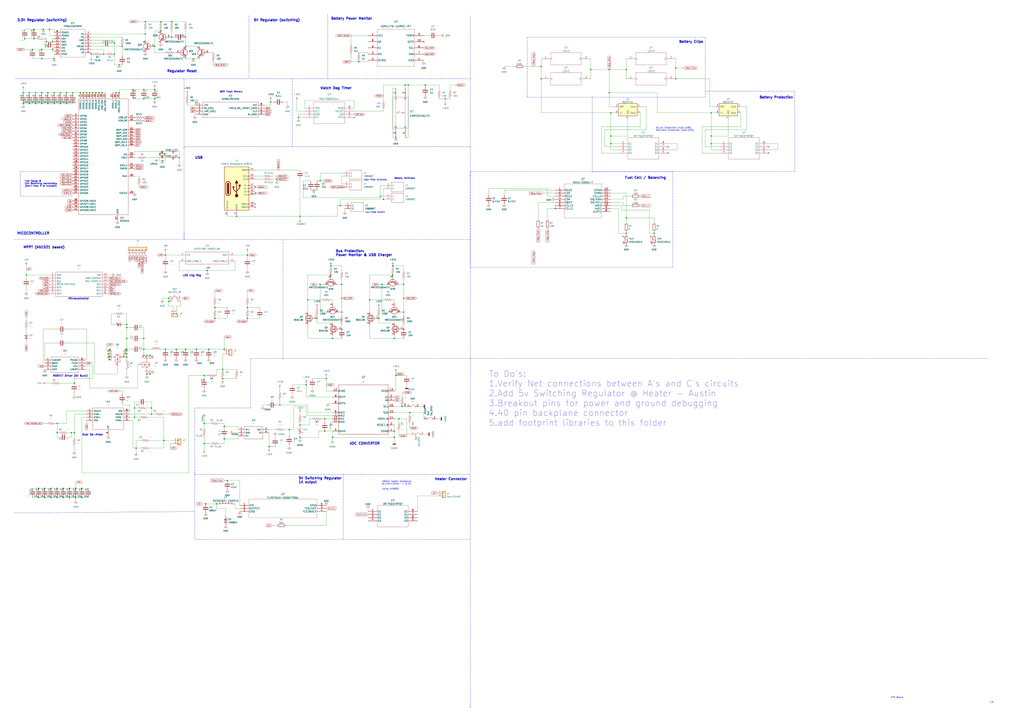
<source format=kicad_sch>
(kicad_sch (version 20211123) (generator eeschema)
  (paper "A1")
  (junction (at 335.28 69.85))
  (junction (at 73.66 76.2))
  (junction (at 279.4 168.91))
  (junction (at 97.79 53.34))
  (junction (at 144.78 287.02))
  (junction (at 246.38 177.8))
  (junction (at 43.18 34.29))
  (junction (at 147.32 129.54))
  (junction (at 24.13 85.09))
  (junction (at 184.15 360.68))
  (junction (at 27.94 31.75))
  (junction (at 260.35 261.62))
  (junction (at 85.09 44.45))
  (junction (at 67.31 401.32))
  (junction (at 78.74 76.2))
  (junction (at 138.43 245.11))
  (junction (at 584.2 92.71))
  (junction (at 29.21 76.2))
  (junction (at 135.89 209.55))
  (junction (at 46.99 355.6))
  (junction (at 38.1 34.29))
  (junction (at 35.56 24.13))
  (junction (at 97.79 76.2))
  (junction (at 104.14 278.13))
  (junction (at 127 81.28))
  (junction (at 100.33 38.1))
  (junction (at 20.32 31.75))
  (junction (at 54.61 76.2))
  (junction (at 323.85 278.13))
  (junction (at 118.11 292.1))
  (junction (at 280.67 270.51))
  (junction (at 444.5 64.77))
  (junction (at 501.65 92.71))
  (junction (at 313.69 233.68))
  (junction (at 39.37 76.2))
  (junction (at 34.29 48.26))
  (junction (at 52.07 401.32))
  (junction (at 323.85 354.33))
  (junction (at 331.47 270.51))
  (junction (at 59.69 76.2))
  (junction (at 152.4 38.1))
  (junction (at 209.55 158.75))
  (junction (at 229.87 332.74))
  (junction (at 349.25 69.85))
  (junction (at 74.93 44.45))
  (junction (at 62.23 401.32))
  (junction (at 514.35 179.07))
  (junction (at 109.22 73.66))
  (junction (at 176.53 252.73))
  (junction (at 134.62 361.95))
  (junction (at 203.2 252.73))
  (junction (at 245.11 96.52))
  (junction (at 124.46 340.36))
  (junction (at 237.49 353.06))
  (junction (at 485.14 57.15))
  (junction (at 186.69 394.97))
  (junction (at 325.12 308.61))
  (junction (at 280.67 256.54))
  (junction (at 110.49 335.28))
  (junction (at 21.59 226.06))
  (junction (at 280.67 245.11))
  (junction (at 124.46 335.28))
  (junction (at 167.64 347.98))
  (junction (at 41.91 401.32))
  (junction (at 31.75 408.94))
  (junction (at 44.45 76.2))
  (junction (at 331.47 233.68))
  (junction (at 81.28 76.2))
  (junction (at 336.55 339.09))
  (junction (at 246.38 349.25))
  (junction (at 39.37 85.09))
  (junction (at 252.73 246.38))
  (junction (at 24.13 76.2))
  (junction (at 44.45 85.09))
  (junction (at 314.96 163.83))
  (junction (at 88.9 288.29))
  (junction (at 119.38 27.94))
  (junction (at 36.83 408.94))
  (junction (at 133.35 124.46))
  (junction (at 280.67 233.68))
  (junction (at 203.2 261.62))
  (junction (at 262.89 233.68))
  (junction (at 152.4 287.02))
  (junction (at 111.76 368.3))
  (junction (at 584.2 118.11))
  (junction (at 60.96 314.96))
  (junction (at 209.55 153.67))
  (junction (at 104.14 287.02))
  (junction (at 133.35 132.08))
  (junction (at 303.53 246.38))
  (junction (at 331.47 256.54))
  (junction (at 158.75 48.26))
  (junction (at 57.15 408.94))
  (junction (at 49.53 85.09))
  (junction (at 273.05 278.13))
  (junction (at 177.8 414.02))
  (junction (at 27.94 24.13))
  (junction (at 132.08 25.4))
  (junction (at 325.12 113.03))
  (junction (at 257.81 156.21))
  (junction (at 104.14 288.29))
  (junction (at 500.38 57.15))
  (junction (at 29.21 85.09))
  (junction (at 132.08 17.78))
  (junction (at 514.35 191.77))
  (junction (at 182.88 303.53))
  (junction (at 322.58 218.44))
  (junction (at 266.7 344.17))
  (junction (at 182.88 311.15))
  (junction (at 271.78 226.06))
  (junction (at 251.46 316.23))
  (junction (at 455.93 171.45))
  (junction (at 138.43 247.65))
  (junction (at 332.74 69.85))
  (junction (at 444.5 54.61))
  (junction (at 267.97 311.15))
  (junction (at 41.91 408.94))
  (junction (at 104.14 269.24))
  (junction (at 104.14 266.7))
  (junction (at 46.99 401.32))
  (junction (at 554.99 55.88))
  (junction (at 323.85 359.41))
  (junction (at 88.9 293.37))
  (junction (at 311.15 261.62))
  (junction (at 34.29 40.64))
  (junction (at 58.42 355.6))
  (junction (at 171.45 287.02))
  (junction (at 152.4 30.48))
  (junction (at 118.11 287.02))
  (junction (at 331.47 245.11))
  (junction (at 184.15 287.02))
  (junction (at 68.58 76.2))
  (junction (at 54.61 85.09))
  (junction (at 312.42 161.29))
  (junction (at 83.82 76.2))
  (junction (at 167.64 364.49))
  (junction (at 167.64 308.61))
  (junction (at 104.14 290.83))
  (junction (at 133.35 129.54))
  (junction (at 123.19 292.1))
  (junction (at 220.98 367.03))
  (junction (at 52.07 408.94))
  (junction (at 176.53 261.62))
  (junction (at 161.29 287.02))
  (junction (at 40.64 24.13))
  (junction (at 93.98 35.56))
  (junction (at 501.65 111.76))
  (junction (at 66.04 76.2))
  (junction (at 31.75 401.32))
  (junction (at 118.11 73.66))
  (junction (at 60.96 355.6))
  (junction (at 222.25 83.82))
  (junction (at 19.05 76.2))
  (junction (at 500.38 76.2))
  (junction (at 273.05 359.41))
  (junction (at 127 38.1))
  (junction (at 246.38 359.41))
  (junction (at 514.35 57.15))
  (junction (at 43.18 40.64))
  (junction (at 95.25 76.2))
  (junction (at 365.76 81.28))
  (junction (at 554.99 64.77))
  (junction (at 537.21 191.77))
  (junction (at 34.29 85.09))
  (junction (at 104.14 293.37))
  (junction (at 322.58 226.06))
  (junction (at 262.89 148.59))
  (junction (at 76.2 76.2))
  (junction (at 501.65 118.11))
  (junction (at 120.65 292.1))
  (junction (at 71.12 76.2))
  (junction (at 44.45 48.26))
  (junction (at 127 73.66))
  (junction (at 93.98 44.45))
  (junction (at 140.97 30.48))
  (junction (at 119.38 17.78))
  (junction (at 203.2 209.55))
  (junction (at 67.31 408.94))
  (junction (at 46.99 408.94))
  (junction (at 88.9 290.83))
  (junction (at 227.33 147.32))
  (junction (at 46.99 347.98))
  (junction (at 584.2 111.76))
  (junction (at 62.23 408.94))
  (junction (at 57.15 401.32))
  (junction (at 110.49 342.9))
  (junction (at 120.65 307.34))
  (junction (at 194.31 177.8))
  (junction (at 26.67 40.64))
  (junction (at 330.2 334.01))
  (junction (at 266.7 354.33))
  (junction (at 184.15 350.52))
  (junction (at 170.18 222.25))
  (junction (at 19.05 85.09))
  (junction (at 118.11 278.13))
  (junction (at 294.64 50.8))
  (junction (at 327.66 344.17))
  (junction (at 168.91 414.02))
  (junction (at 118.11 81.28))
  (junction (at 36.83 401.32))
  (junction (at 34.29 76.2))
  (junction (at 135.89 287.02))
  (junction (at 271.78 218.44))
  (junction (at 140.97 17.78))
  (junction (at 49.53 76.2))
  (junction (at 123.19 307.34))
  (no_connect (at 548.64 120.65))
  (no_connect (at 209.55 170.18))
  (no_connect (at 209.55 167.64))
  (no_connect (at 631.19 125.73))
  (no_connect (at 347.98 34.29))
  (no_connect (at 631.19 120.65))
  (no_connect (at 290.83 96.52))
  (no_connect (at 548.64 125.73))
  (wire (pts (xy 77.47 307.34) (xy 77.47 281.94)))
  (wire (pts (xy 209.55 157.48) (xy 209.55 158.75)))
  (wire (pts (xy 60.96 311.15) (xy 76.2 311.15)))
  (wire (pts (xy 505.46 87.63) (xy 500.38 87.63)))
  (wire (pts (xy 69.85 300.99) (xy 76.2 300.99)))
  (wire (pts (xy 449.58 171.45) (xy 449.58 180.34)))
  (wire (pts (xy 280.67 222.25) (xy 280.67 218.44)))
  (wire (pts (xy 110.49 342.9) (xy 114.3 342.9)))
  (wire (pts (xy 39.37 85.09) (xy 44.45 85.09)))
  (wire (pts (xy 176.53 254) (xy 176.53 252.73)))
  (wire (pts (xy 191.77 355.6) (xy 195.58 355.6)))
  (wire (pts (xy 260.35 233.68) (xy 262.89 233.68)))
  (wire (pts (xy 62.23 396.24) (xy 62.23 401.32)))
  (wire (pts (xy 182.88 290.83) (xy 182.88 303.53)))
  (wire (pts (xy 148.59 247.65) (xy 148.59 251.46)))
  (wire (pts (xy 118.11 292.1) (xy 118.11 287.02)))
  (wire (pts (xy 227.33 332.74) (xy 229.87 332.74)))
  (wire (pts (xy 444.5 48.26) (xy 444.5 54.61)))
  (wire (pts (xy 186.69 394.97) (xy 196.85 394.97)))
  (wire (pts (xy 97.79 76.2) (xy 97.79 73.66)))
  (wire (pts (xy 104.14 287.02) (xy 104.14 278.13)))
  (wire (pts (xy 251.46 341.63) (xy 251.46 334.01)))
  (wire (pts (xy 184.15 276.86) (xy 184.15 287.02)))
  (wire (pts (xy 196.85 417.83) (xy 193.04 417.83)))
  (wire (pts (xy 222.25 86.36) (xy 222.25 83.82)))
  (wire (pts (xy 323.85 334.01) (xy 330.2 334.01)))
  (wire (pts (xy 151.13 30.48) (xy 152.4 30.48)))
  (wire (pts (xy 74.93 43.18) (xy 74.93 44.45)))
  (wire (pts (xy 505.46 92.71) (xy 501.65 92.71)))
  (wire (pts (xy 276.86 177.8) (xy 246.38 177.8)))
  (wire (pts (xy 331.47 222.25) (xy 331.47 218.44)))
  (wire (pts (xy 44.45 85.09) (xy 49.53 85.09)))
  (wire (pts (xy 331.47 218.44) (xy 322.58 218.44)))
  (wire (pts (xy 236.22 83.82) (xy 236.22 86.36)))
  (wire (pts (xy 113.03 299.72) (xy 113.03 318.77)))
  (wire (pts (xy 144.78 124.46) (xy 147.32 124.46)))
  (wire (pts (xy 44.45 48.26) (xy 44.45 44.45)))
  (wire (pts (xy 334.01 344.17) (xy 327.66 344.17)))
  (wire (pts (xy 59.69 76.2) (xy 66.04 76.2)))
  (wire (pts (xy 19.05 85.09) (xy 24.13 85.09)))
  (wire (pts (xy 104.14 266.7) (xy 104.14 269.24)))
  (wire (pts (xy 283.21 153.67) (xy 281.94 153.67)))
  (wire (pts (xy 294.64 50.8) (xy 288.29 50.8)))
  (polyline (pts (xy 160.02 335.28) (xy 160.02 389.89)))
  (wire (pts (xy 209.55 147.32) (xy 215.9 147.32)))
  (wire (pts (xy 104.14 269.24) (xy 104.14 278.13)))
  (wire (pts (xy 322.58 246.38) (xy 323.85 246.38)))
  (wire (pts (xy 100.33 332.74) (xy 106.68 332.74)))
  (wire (pts (xy 288.29 36.83) (xy 288.29 29.21)))
  (wire (pts (xy 314.96 69.85) (xy 332.74 69.85)))
  (wire (pts (xy 113.03 318.77) (xy 73.66 318.77)))
  (wire (pts (xy 279.4 163.83) (xy 279.4 168.91)))
  (wire (pts (xy 327.66 354.33) (xy 327.66 358.14)))
  (wire (pts (xy 74.93 38.1) (xy 100.33 38.1)))
  (wire (pts (xy 444.5 54.61) (xy 444.5 64.77)))
  (wire (pts (xy 554.99 48.26) (xy 554.99 55.88)))
  (wire (pts (xy 134.62 361.95) (xy 134.62 368.3)))
  (wire (pts (xy 256.54 320.04) (xy 256.54 318.77)))
  (wire (pts (xy 184.15 360.68) (xy 184.15 359.41)))
  (wire (pts (xy 325.12 72.39) (xy 322.58 72.39)))
  (wire (pts (xy 83.82 44.45) (xy 85.09 44.45)))
  (wire (pts (xy 115.57 269.24) (xy 118.11 269.24)))
  (wire (pts (xy 158.75 48.26) (xy 163.83 48.26)))
  (wire (pts (xy 500.38 57.15) (xy 485.14 57.15)))
  (wire (pts (xy 101.6 257.81) (xy 104.14 257.81)))
  (wire (pts (xy 19.05 76.2) (xy 19.05 77.47)))
  (wire (pts (xy 414.02 156.21) (xy 414.02 160.02)))
  (wire (pts (xy 281.94 142.24) (xy 262.89 142.24)))
  (wire (pts (xy 537.21 190.5) (xy 537.21 191.77)))
  (wire (pts (xy 152.4 48.26) (xy 158.75 48.26)))
  (wire (pts (xy 203.2 261.62) (xy 203.2 264.16)))
  (wire (pts (xy 514.35 158.75) (xy 514.35 179.07)))
  (wire (pts (xy 331.47 266.7) (xy 331.47 270.51)))
  (wire (pts (xy 584.2 123.19) (xy 590.55 123.19)))
  (wire (pts (xy 152.4 38.1) (xy 163.83 38.1)))
  (wire (pts (xy 227.33 147.32) (xy 227.33 148.59)))
  (wire (pts (xy 222.25 83.82) (xy 222.25 82.55)))
  (wire (pts (xy 322.58 113.03) (xy 325.12 113.03)))
  (wire (pts (xy 369.57 73.66) (xy 369.57 69.85)))
  (wire (pts (xy 514.35 191.77) (xy 508 191.77)))
  (wire (pts (xy 226.06 358.14) (xy 226.06 359.41)))
  (wire (pts (xy 45.72 347.98) (xy 46.99 347.98)))
  (wire (pts (xy 57.15 408.94) (xy 62.23 408.94)))
  (wire (pts (xy 588.01 92.71) (xy 584.2 92.71)))
  (wire (pts (xy 360.68 69.85) (xy 360.68 73.66)))
  (wire (pts (xy 176.53 261.62) (xy 176.53 264.16)))
  (wire (pts (xy 251.46 334.01) (xy 241.3 334.01)))
  (wire (pts (xy 62.23 408.94) (xy 67.31 408.94)))
  (wire (pts (xy 54.61 76.2) (xy 59.69 76.2)))
  (wire (pts (xy 120.65 292.1) (xy 123.19 292.1)))
  (wire (pts (xy 246.38 347.98) (xy 246.38 349.25)))
  (polyline (pts (xy 652.78 74.93) (xy 579.12 74.93)))
  (wire (pts (xy 322.58 72.39) (xy 322.58 113.03)))
  (wire (pts (xy 121.92 342.9) (xy 134.62 342.9)))
  (wire (pts (xy 209.55 152.4) (xy 209.55 153.67)))
  (wire (pts (xy 290.83 91.44) (xy 314.96 91.44)))
  (wire (pts (xy 414.02 156.21) (xy 455.93 156.21)))
  (wire (pts (xy 266.7 346.71) (xy 266.7 344.17)))
  (wire (pts (xy 455.93 166.37) (xy 441.96 166.37)))
  (wire (pts (xy 325.12 306.07) (xy 325.12 308.61)))
  (wire (pts (xy 46.99 347.98) (xy 54.61 347.98)))
  (wire (pts (xy 20.32 31.75) (xy 27.94 31.75)))
  (wire (pts (xy 209.55 139.7) (xy 246.38 139.7)))
  (wire (pts (xy 444.5 92.71) (xy 444.5 64.77)))
  (wire (pts (xy 100.33 331.47) (xy 100.33 332.74)))
  (wire (pts (xy 175.26 50.8) (xy 175.26 53.34)))
  (wire (pts (xy 111.76 368.3) (xy 115.57 368.3)))
  (wire (pts (xy 234.95 431.8) (xy 267.97 431.8)))
  (wire (pts (xy 347.98 339.09) (xy 336.55 339.09)))
  (wire (pts (xy 135.89 132.08) (xy 133.35 132.08)))
  (wire (pts (xy 501.65 163.83) (xy 511.81 163.83)))
  (wire (pts (xy 347.98 344.17) (xy 347.98 339.09)))
  (wire (pts (xy 342.9 407.67) (xy 342.9 420.37)))
  (wire (pts (xy 267.97 311.15) (xy 267.97 321.31)))
  (wire (pts (xy 46.99 408.94) (xy 52.07 408.94)))
  (wire (pts (xy 167.64 347.98) (xy 167.64 351.79)))
  (wire (pts (xy 496.57 106.68) (xy 496.57 120.65)))
  (wire (pts (xy 302.26 43.18) (xy 294.64 43.18)))
  (wire (pts (xy 251.46 316.23) (xy 251.46 314.96)))
  (wire (pts (xy 138.43 245.11) (xy 133.35 245.11)))
  (wire (pts (xy 539.75 76.2) (xy 500.38 76.2)))
  (wire (pts (xy 501.65 166.37) (xy 511.81 166.37)))
  (wire (pts (xy 314.96 82.55) (xy 314.96 69.85)))
  (wire (pts (xy 43.18 41.91) (xy 43.18 40.64)))
  (wire (pts (xy 515.62 97.79) (xy 515.62 111.76)))
  (wire (pts (xy 57.15 401.32) (xy 62.23 401.32)))
  (wire (pts (xy 209.55 158.75) (xy 209.55 160.02)))
  (wire (pts (xy 58.42 359.41) (xy 58.42 355.6)))
  (polyline (pts (xy 160.02 389.89) (xy 386.08 389.89)))
  (wire (pts (xy 152.4 287.02) (xy 161.29 287.02)))
  (wire (pts (xy 276.86 168.91) (xy 276.86 177.8)))
  (wire (pts (xy 88.9 290.83) (xy 88.9 293.37)))
  (polyline (pts (xy 160.02 388.62) (xy 160.02 420.37)))
  (wire (pts (xy 203.2 219.71) (xy 203.2 222.25)))
  (wire (pts (xy 323.85 339.09) (xy 336.55 339.09)))
  (wire (pts (xy 501.65 158.75) (xy 514.35 158.75)))
  (wire (pts (xy 71.12 295.91) (xy 71.12 270.51)))
  (wire (pts (xy 38.1 314.96) (xy 41.91 314.96)))
  (wire (pts (xy 358.14 344.17) (xy 360.68 344.17)))
  (wire (pts (xy 36.83 281.94) (xy 46.99 281.94)))
  (wire (pts (xy 186.69 261.62) (xy 176.53 261.62)))
  (wire (pts (xy 240.03 316.23) (xy 251.46 316.23)))
  (wire (pts (xy 74.93 40.64) (xy 85.09 40.64)))
  (polyline (pts (xy 205.74 335.28) (xy 160.02 335.28)))
  (wire (pts (xy 185.42 424.18) (xy 185.42 417.83)))
  (wire (pts (xy 31.75 401.32) (xy 36.83 401.32)))
  (wire (pts (xy 77.47 307.34) (xy 96.52 307.34)))
  (wire (pts (xy 203.2 238.76) (xy 203.2 243.84)))
  (wire (pts (xy 537.21 179.07) (xy 537.21 182.88)))
  (wire (pts (xy 100.33 321.31) (xy 97.79 321.31)))
  (wire (pts (xy 147.32 129.54) (xy 144.78 129.54)))
  (wire (pts (xy 127 25.4) (xy 127 38.1)))
  (wire (pts (xy 193.04 209.55) (xy 203.2 209.55)))
  (wire (pts (xy 132.08 25.4) (xy 127 25.4)))
  (wire (pts (xy 335.28 69.85) (xy 335.28 113.03)))
  (wire (pts (xy 255.27 156.21) (xy 257.81 156.21)))
  (wire (pts (xy 501.65 118.11) (xy 508 118.11)))
  (polyline (pts (xy 386.08 196.85) (xy 151.13 196.85)))
  (wire (pts (xy 613.41 87.63) (xy 613.41 106.68)))
  (wire (pts (xy 93.98 44.45) (xy 93.98 53.34)))
  (wire (pts (xy 130.81 127) (xy 130.81 132.08)))
  (wire (pts (xy 533.4 191.77) (xy 533.4 172.72)))
  (wire (pts (xy 71.12 337.82) (xy 54.61 337.82)))
  (wire (pts (xy 139.7 30.48) (xy 140.97 30.48)))
  (wire (pts (xy 118.11 278.13) (xy 115.57 278.13)))
  (polyline (pts (xy 386.08 140.97) (xy 386.08 144.78)))
  (wire (pts (xy 21.59 226.06) (xy 21.59 228.6)))
  (wire (pts (xy 273.05 354.33) (xy 273.05 359.41)))
  (wire (pts (xy 334.01 317.5) (xy 334.01 316.23)))
  (wire (pts (xy 330.2 334.01) (xy 334.01 334.01)))
  (wire (pts (xy 314.96 163.83) (xy 314.96 154.94)))
  (wire (pts (xy 613.41 106.68) (xy 579.12 106.68)))
  (wire (pts (xy 511.81 161.29) (xy 518.16 161.29)))
  (polyline (pts (xy 232.41 294.64) (xy 205.74 294.64)))
  (wire (pts (xy 133.35 129.54) (xy 120.65 129.54)))
  (wire (pts (xy 279.4 168.91) (xy 283.21 168.91)))
  (wire (pts (xy 106.68 345.44) (xy 109.22 345.44)))
  (wire (pts (xy 313.69 256.54) (xy 318.77 256.54)))
  (wire (pts (xy 110.49 124.46) (xy 133.35 124.46)))
  (polyline (pts (xy 386.08 12.7) (xy 386.08 64.77)))
  (wire (pts (xy 337.82 356.87) (xy 334.01 356.87)))
  (wire (pts (xy 36.83 401.32) (xy 41.91 401.32)))
  (wire (pts (xy 195.58 360.68) (xy 184.15 360.68)))
  (wire (pts (xy 74.93 44.45) (xy 76.2 44.45)))
  (wire (pts (xy 264.16 344.17) (xy 266.7 344.17)))
  (wire (pts (xy 195.58 353.06) (xy 195.58 350.52)))
  (wire (pts (xy 118.11 292.1) (xy 120.65 292.1)))
  (wire (pts (xy 167.64 359.41) (xy 167.64 364.49)))
  (wire (pts (xy 598.17 111.76) (xy 584.2 111.76)))
  (wire (pts (xy 494.03 104.14) (xy 494.03 125.73)))
  (wire (pts (xy 303.53 266.7) (xy 303.53 278.13)))
  (wire (pts (xy 62.23 401.32) (xy 67.31 401.32)))
  (wire (pts (xy 55.88 359.41) (xy 58.42 359.41)))
  (wire (pts (xy 494.03 125.73) (xy 508 125.73)))
  (wire (pts (xy 261.62 359.41) (xy 246.38 359.41)))
  (wire (pts (xy 113.03 335.28) (xy 110.49 335.28)))
  (wire (pts (xy 21.59 260.35) (xy 21.59 262.89)))
  (wire (pts (xy 273.05 341.63) (xy 251.46 341.63)))
  (wire (pts (xy 43.18 34.29) (xy 44.45 34.29)))
  (wire (pts (xy 152.4 30.48) (xy 152.4 38.1)))
  (wire (pts (xy 113.03 330.2) (xy 110.49 330.2)))
  (wire (pts (xy 220.98 368.3) (xy 220.98 367.03)))
  (wire (pts (xy 54.61 77.47) (xy 54.61 76.2)))
  (wire (pts (xy 311.15 233.68) (xy 313.69 233.68)))
  (wire (pts (xy 161.29 86.36) (xy 153.67 86.36)))
  (wire (pts (xy 172.72 347.98) (xy 167.64 347.98)))
  (wire (pts (xy 133.35 245.11) (xy 133.35 246.38)))
  (wire (pts (xy 43.18 39.37) (xy 43.18 40.64)))
  (wire (pts (xy 325.12 308.61) (xy 325.12 321.31)))
  (wire (pts (xy 213.36 252.73) (xy 203.2 252.73)))
  (wire (pts (xy 220.98 353.06) (xy 226.06 353.06)))
  (wire (pts (xy 123.19 292.1) (xy 125.73 292.1)))
  (wire (pts (xy 246.38 147.32) (xy 246.38 177.8)))
  (wire (pts (xy 106.68 340.36) (xy 124.46 340.36)))
  (wire (pts (xy 220.98 367.03) (xy 226.06 367.03)))
  (polyline (pts (xy 386.08 120.65) (xy 240.03 120.65)))
  (wire (pts (xy 314.96 163.83) (xy 279.4 163.83)))
  (wire (pts (xy 16.51 33.02) (xy 20.32 33.02)))
  (wire (pts (xy 107.95 269.24) (xy 104.14 269.24)))
  (wire (pts (xy 525.78 92.71) (xy 525.78 104.14)))
  (wire (pts (xy 256.54 311.15) (xy 267.97 311.15)))
  (wire (pts (xy 332.74 69.85) (xy 332.74 72.39)))
  (wire (pts (xy 24.13 85.09) (xy 29.21 85.09)))
  (wire (pts (xy 349.25 69.85) (xy 349.25 71.12)))
  (wire (pts (xy 631.19 118.11) (xy 638.81 118.11)))
  (wire (pts (xy 40.64 24.13) (xy 35.56 24.13)))
  (polyline (pts (xy 386.08 294.64) (xy 811.53 294.64)))
  (wire (pts (xy 97.79 53.34) (xy 100.33 53.34)))
  (wire (pts (xy 515.62 111.76) (xy 501.65 111.76)))
  (wire (pts (xy 266.7 233.68) (xy 262.89 233.68)))
  (wire (pts (xy 359.41 29.21) (xy 361.95 29.21)))
  (wire (pts (xy 254 344.17) (xy 256.54 344.17)))
  (wire (pts (xy 19.05 76.2) (xy 24.13 76.2)))
  (wire (pts (xy 93.98 35.56) (xy 93.98 44.45)))
  (wire (pts (xy 346.71 334.01) (xy 344.17 334.01)))
  (wire (pts (xy 349.25 69.85) (xy 335.28 69.85)))
  (wire (pts (xy 74.93 30.48) (xy 100.33 30.48)))
  (wire (pts (xy 347.98 49.53) (xy 347.98 50.8)))
  (wire (pts (xy 43.18 31.75) (xy 43.18 34.29)))
  (wire (pts (xy 153.67 86.36) (xy 153.67 85.09)))
  (wire (pts (xy 510.54 168.91) (xy 501.65 168.91)))
  (wire (pts (xy 109.22 368.3) (xy 111.76 368.3)))
  (wire (pts (xy 556.26 123.19) (xy 548.64 123.19)))
  (wire (pts (xy 104.14 257.81) (xy 104.14 266.7)))
  (wire (pts (xy 21.59 226.06) (xy 40.64 226.06)))
  (polyline (pts (xy 269.24 11.43) (xy 269.24 64.77)))
  (wire (pts (xy 87.63 283.21) (xy 87.63 288.29)))
  (wire (pts (xy 119.38 25.4) (xy 119.38 27.94)))
  (polyline (pts (xy 652.78 140.97) (xy 652.78 74.93)))
  (wire (pts (xy 160.02 93.98) (xy 160.02 95.25)))
  (wire (pts (xy 176.53 251.46) (xy 176.53 252.73)))
  (wire (pts (xy 21.59 280.67) (xy 21.59 283.21)))
  (wire (pts (xy 74.93 46.99) (xy 74.93 44.45)))
  (wire (pts (xy 186.69 252.73) (xy 176.53 252.73)))
  (wire (pts (xy 177.8 417.83) (xy 177.8 414.02)))
  (wire (pts (xy 262.89 142.24) (xy 262.89 148.59)))
  (wire (pts (xy 88.9 293.37) (xy 88.9 295.91)))
  (wire (pts (xy 195.58 350.52) (xy 184.15 350.52)))
  (wire (pts (xy 66.04 76.2) (xy 68.58 76.2)))
  (wire (pts (xy 280.67 151.13) (xy 281.94 151.13)))
  (wire (pts (xy 449.58 171.45) (xy 455.93 171.45)))
  (wire (pts (xy 184.15 364.49) (xy 184.15 360.68)))
  (wire (pts (xy 514.35 179.07) (xy 514.35 182.88)))
  (wire (pts (xy 638.81 123.19) (xy 631.19 123.19)))
  (polyline (pts (xy 151.13 120.65) (xy 151.13 121.92)))
  (wire (pts (xy 280.67 256.54) (xy 280.67 259.08)))
  (wire (pts (xy 34.29 76.2) (xy 34.29 77.47)))
  (wire (pts (xy 246.38 349.25) (xy 246.38 350.52)))
  (polyline (pts (xy 386.08 294.64) (xy 386.08 581.66)))
  (wire (pts (xy 97.79 73.66) (xy 109.22 73.66)))
  (wire (pts (xy 34.29 48.26) (xy 44.45 48.26)))
  (wire (pts (xy 127 73.66) (xy 118.11 73.66)))
  (wire (pts (xy 223.52 431.8) (xy 227.33 431.8)))
  (polyline (pts (xy 232.41 294.64) (xy 386.08 294.64)))
  (polyline (pts (xy 240.03 120.65) (xy 151.13 120.65)))
  (wire (pts (xy 554.99 55.88) (xy 561.34 55.88)))
  (wire (pts (xy 34.29 85.09) (xy 39.37 85.09)))
  (wire (pts (xy 280.67 278.13) (xy 273.05 278.13)))
  (wire (pts (xy 365.76 81.28) (xy 369.57 81.28)))
  (wire (pts (xy 336.55 347.98) (xy 336.55 351.79)))
  (wire (pts (xy 237.49 353.06) (xy 237.49 358.14)))
  (wire (pts (xy 49.53 77.47) (xy 49.53 76.2)))
  (polyline (pts (xy 55.88 140.97) (xy 16.51 140.97)))
  (wire (pts (xy 283.21 171.45) (xy 283.21 173.99)))
  (wire (pts (xy 245.11 96.52) (xy 250.19 96.52)))
  (wire (pts (xy 39.37 76.2) (xy 34.29 76.2)))
  (wire (pts (xy 278.13 256.54) (xy 280.67 256.54)))
  (wire (pts (xy 311.15 265.43) (xy 311.15 261.62)))
  (wire (pts (xy 322.58 226.06) (xy 303.53 226.06)))
  (wire (pts (xy 288.29 50.8) (xy 288.29 44.45)))
  (wire (pts (xy 227.33 144.78) (xy 227.33 147.32)))
  (wire (pts (xy 194.31 177.8) (xy 246.38 177.8)))
  (wire (pts (xy 501.65 111.76) (xy 501.65 118.11)))
  (wire (pts (xy 576.58 104.14) (xy 576.58 125.73)))
  (wire (pts (xy 44.45 31.75) (xy 43.18 31.75)))
  (wire (pts (xy 288.29 29.21) (xy 302.26 29.21)))
  (wire (pts (xy 71.12 270.51) (xy 54.61 270.51)))
  (wire (pts (xy 271.78 226.06) (xy 252.73 226.06)))
  (wire (pts (xy 241.3 353.06) (xy 237.49 353.06)))
  (wire (pts (xy 110.49 144.78) (xy 114.3 144.78)))
  (wire (pts (xy 365.76 81.28) (xy 365.76 83.82)))
  (wire (pts (xy 331.47 245.11) (xy 331.47 256.54)))
  (wire (pts (xy 485.14 57.15) (xy 485.14 64.77)))
  (wire (pts (xy 48.26 359.41) (xy 46.99 359.41)))
  (wire (pts (xy 330.2 322.58) (xy 331.47 322.58)))
  (wire (pts (xy 167.64 364.49) (xy 172.72 364.49)))
  (wire (pts (xy 27.94 31.75) (xy 30.48 31.75)))
  (wire (pts (xy 312.42 162.56) (xy 312.42 161.29)))
  (wire (pts (xy 229.87 328.93) (xy 229.87 332.74)))
  (wire (pts (xy 110.49 330.2) (xy 110.49 335.28)))
  (wire (pts (xy 44.45 76.2) (xy 49.53 76.2)))
  (wire (pts (xy 138.43 251.46) (xy 142.24 251.46)))
  (wire (pts (xy 220.98 355.6) (xy 220.98 367.03)))
  (wire (pts (xy 203.2 251.46) (xy 203.2 252.73)))
  (wire (pts (xy 186.69 177.8) (xy 194.31 177.8)))
  (wire (pts (xy 41.91 401.32) (xy 46.99 401.32)))
  (wire (pts (xy 336.55 340.36) (xy 336.55 339.09)))
  (wire (pts (xy 110.49 335.28) (xy 110.49 342.9)))
  (wire (pts (xy 74.93 35.56) (xy 83.82 35.56)))
  (wire (pts (xy 71.12 340.36) (xy 60.96 340.36)))
  (wire (pts (xy 62.23 408.94) (xy 62.23 411.48)))
  (wire (pts (xy 167.64 308.61) (xy 170.18 308.61)))
  (wire (pts (xy 127 81.28) (xy 127 82.55)))
  (wire (pts (xy 323.85 349.25) (xy 323.85 354.33)))
  (wire (pts (xy 323.85 246.38) (xy 323.85 248.92)))
  (wire (pts (xy 20.32 40.64) (xy 26.67 40.64)))
  (wire (pts (xy 142.24 361.95) (xy 134.62 361.95)))
  (wire (pts (xy 52.07 401.32) (xy 57.15 401.32)))
  (polyline (pts (xy 486.41 140.97) (xy 652.78 140.97)))
  (wire (pts (xy 185.42 417.83) (xy 177.8 417.83)))
  (wire (pts (xy 303.53 246.38) (xy 314.96 246.38)))
  (wire (pts (xy 209.55 144.78) (xy 215.9 144.78)))
  (wire (pts (xy 262.89 256.54) (xy 267.97 256.54)))
  (wire (pts (xy 104.14 293.37) (xy 104.14 295.91)))
  (wire (pts (xy 67.31 401.32) (xy 72.39 401.32)))
  (wire (pts (xy 252.73 246.38) (xy 252.73 256.54)))
  (wire (pts (xy 331.47 256.54) (xy 331.47 259.08)))
  (wire (pts (xy 74.93 27.94) (xy 119.38 27.94)))
  (wire (pts (xy 359.41 407.67) (xy 342.9 407.67)))
  (wire (pts (xy 203.2 252.73) (xy 203.2 254)))
  (polyline (pts (xy 240.03 120.65) (xy 240.03 64.77)))
  (wire (pts (xy 134.62 209.55) (xy 135.89 209.55)))
  (wire (pts (xy 34.29 40.64) (xy 43.18 40.64)))
  (wire (pts (xy 213.36 254) (xy 213.36 252.73)))
  (wire (pts (xy 54.61 85.09) (xy 59.69 85.09)))
  (wire (pts (xy 312.42 152.4) (xy 312.42 161.29)))
  (wire (pts (xy 254 349.25) (xy 246.38 349.25)))
  (wire (pts (xy 73.66 76.2) (xy 76.2 76.2)))
  (wire (pts (xy 60.96 322.58) (xy 60.96 325.12)))
  (wire (pts (xy 273.05 275.59) (xy 273.05 278.13)))
  (wire (pts (xy 147.32 124.46) (xy 147.32 129.54)))
  (wire (pts (xy 110.49 127) (xy 110.49 124.46)))
  (wire (pts (xy 132.08 17.78) (xy 140.97 17.78)))
  (wire (pts (xy 115.57 361.95) (xy 111.76 361.95)))
  (wire (pts (xy 267.97 311.15) (xy 267.97 309.88)))
  (wire (pts (xy 35.56 298.45) (xy 36.83 298.45)))
  (wire (pts (xy 323.85 265.43) (xy 311.15 265.43)))
  (wire (pts (xy 109.22 345.44) (xy 109.22 368.3)))
  (wire (pts (xy 325.12 321.31) (xy 323.85 321.31)))
  (wire (pts (xy 88.9 288.29) (xy 88.9 290.83)))
  (wire (pts (xy 140.97 25.4) (xy 140.97 30.48)))
  (wire (pts (xy 124.46 330.2) (xy 124.46 335.28)))
  (wire (pts (xy 40.64 29.21) (xy 40.64 24.13)))
  (wire (pts (xy 118.11 81.28) (xy 109.22 81.28)))
  (wire (pts (xy 537.21 191.77) (xy 537.21 193.04)))
  (wire (pts (xy 260.35 265.43) (xy 260.35 261.62)))
  (wire (pts (xy 302.26 50.8) (xy 302.26 49.53)))
  (wire (pts (xy 267.97 431.8) (xy 267.97 420.37)))
  (wire (pts (xy 134.62 340.36) (xy 139.7 340.36)))
  (wire (pts (xy 60.96 311.15) (xy 60.96 314.96)))
  (wire (pts (xy 246.38 180.34) (xy 246.38 177.8)))
  (wire (pts (xy 59.69 76.2) (xy 59.69 77.47)))
  (wire (pts (xy 38.1 34.29) (xy 43.18 34.29)))
  (wire (pts (xy 135.89 287.02) (xy 144.78 287.02)))
  (wire (pts (xy 96.52 307.34) (xy 96.52 300.99)))
  (polyline (pts (xy 205.74 64.77) (xy 269.24 64.77)))
  (wire (pts (xy 266.7 344.17) (xy 273.05 344.17)))
  (wire (pts (xy 118.11 269.24) (xy 118.11 278.13)))
  (polyline (pts (xy 579.12 80.01) (xy 579.12 30.48)))
  (wire (pts (xy 203.2 207.01) (xy 203.2 209.55)))
  (wire (pts (xy 60.96 340.36) (xy 60.96 355.6)))
  (wire (pts (xy 93.98 53.34) (xy 97.79 53.34)))
  (wire (pts (xy 36.83 34.29) (xy 38.1 34.29)))
  (wire (pts (xy 246.38 359.41) (xy 246.38 360.68)))
  (wire (pts (xy 21.59 218.44) (xy 21.59 226.06)))
  (wire (pts (xy 26.67 40.64) (xy 34.29 40.64)))
  (wire (pts (xy 147.32 209.55) (xy 135.89 209.55)))
  (wire (pts (xy 88.9 226.06) (xy 91.44 226.06)))
  (wire (pts (xy 280.67 144.78) (xy 280.67 151.13)))
  (wire (pts (xy 262.89 148.59) (xy 265.43 148.59)))
  (wire (pts (xy 514.35 57.15) (xy 514.35 64.77)))
  (wire (pts (xy 93.98 257.81) (xy 91.44 257.81)))
  (wire (pts (xy 250.19 82.55) (xy 250.19 88.9)))
  (wire (pts (xy 154.94 308.61) (xy 167.64 308.61)))
  (wire (pts (xy 142.24 364.49) (xy 139.7 364.49)))
  (polyline (pts (xy 386.08 219.71) (xy 552.45 219.71)))
  (wire (pts (xy 248.92 148.59) (xy 248.92 162.56)))
  (wire (pts (xy 134.62 342.9) (xy 134.62 361.95)))
  (wire (pts (xy 237.49 365.76) (xy 237.49 367.03)))
  (wire (pts (xy 316.23 161.29) (xy 312.42 161.29)))
  (wire (pts (xy 303.53 246.38) (xy 303.53 256.54)))
  (wire (pts (xy 44.45 41.91) (xy 43.18 41.91)))
  (polyline (pts (xy 386.08 64.77) (xy 386.08 99.06)))
  (wire (pts (xy 281.94 144.78) (xy 280.67 144.78)))
  (wire (pts (xy 123.19 307.34) (xy 125.73 307.34)))
  (wire (pts (xy 195.58 358.14) (xy 195.58 360.68)))
  (wire (pts (xy 176.53 238.76) (xy 176.53 243.84)))
  (wire (pts (xy 290.83 88.9) (xy 290.83 82.55)))
  (wire (pts (xy 501.65 118.11) (xy 501.65 123.19)))
  (wire (pts (xy 330.2 326.39) (xy 330.2 322.58)))
  (wire (pts (xy 271.78 354.33) (xy 271.78 346.71)))
  (wire (pts (xy 223.52 144.78) (xy 227.33 144.78)))
  (wire (pts (xy 261.62 354.33) (xy 261.62 359.41)))
  (polyline (pts (xy 205.74 294.64) (xy 205.74 335.28)))
  (wire (pts (xy 317.5 233.68) (xy 313.69 233.68)))
  (wire (pts (xy 130.81 132.08) (xy 133.35 132.08)))
  (wire (pts (xy 111.76 368.3) (xy 111.76 372.11)))
  (wire (pts (xy 39.37 77.47) (xy 39.37 76.2)))
  (wire (pts (xy 167.64 342.9) (xy 167.64 347.98)))
  (wire (pts (xy 261.62 354.33) (xy 266.7 354.33)))
  (wire (pts (xy 584.2 92.71) (xy 539.75 92.71)))
  (wire (pts (xy 500.38 57.15) (xy 500.38 76.2)))
  (wire (pts (xy 245.11 96.52) (xy 245.11 97.79)))
  (wire (pts (xy 76.2 300.99) (xy 76.2 311.15)))
  (wire (pts (xy 510.54 172.72) (xy 510.54 168.91)))
  (wire (pts (xy 171.45 43.18) (xy 175.26 43.18)))
  (wire (pts (xy 46.99 355.6) (xy 46.99 347.98)))
  (wire (pts (xy 71.12 76.2) (xy 73.66 76.2)))
  (wire (pts (xy 85.09 40.64) (xy 85.09 44.45)))
  (wire (pts (xy 215.9 334.01) (xy 215.9 332.74)))
  (polyline (pts (xy 151.13 191.77) (xy 151.13 196.85)))
  (polyline (pts (xy 433.07 80.01) (xy 579.12 80.01)))
  (wire (pts (xy 182.88 311.15) (xy 194.31 311.15)))
  (wire (pts (xy 327.66 346.71) (xy 327.66 344.17)))
  (wire (pts (xy 135.89 127) (xy 135.89 132.08)))
  (wire (pts (xy 77.47 281.94) (xy 54.61 281.94)))
  (wire (pts (xy 501.65 123.19) (xy 508 123.19)))
  (wire (pts (xy 331.47 233.68) (xy 331.47 245.11)))
  (wire (pts (xy 430.53 54.61) (xy 444.5 54.61)))
  (wire (pts (xy 26.67 408.94) (xy 31.75 408.94)))
  (wire (pts (xy 241.3 334.01) (xy 241.3 353.06)))
  (wire (pts (xy 316.23 163.83) (xy 314.96 163.83)))
  (wire (pts (xy 537.21 191.77) (xy 533.4 191.77)))
  (wire (pts (xy 248.92 148.59) (xy 255.27 148.59)))
  (wire (pts (xy 78.74 76.2) (xy 81.28 76.2)))
  (wire (pts (xy 237.49 353.06) (xy 233.68 353.06)))
  (wire (pts (xy 222.25 83.82) (xy 224.79 83.82)))
  (wire (pts (xy 525.78 87.63) (xy 530.86 87.63)))
  (wire (pts (xy 118.11 287.02) (xy 118.11 278.13)))
  (wire (pts (xy 449.58 161.29) (xy 449.58 154.94)))
  (wire (pts (xy 144.78 251.46) (xy 144.78 254)))
  (wire (pts (xy 252.73 266.7) (xy 252.73 278.13)))
  (wire (pts (xy 485.14 48.26) (xy 485.14 57.15)))
  (wire (pts (xy 302.26 44.45) (xy 302.26 43.18)))
  (wire (pts (xy 556.26 118.11) (xy 556.26 123.19)))
  (wire (pts (xy 49.53 85.09) (xy 54.61 85.09)))
  (wire (pts (xy 262.89 233.68) (xy 262.89 256.54)))
  (wire (pts (xy 144.78 287.02) (xy 152.4 287.02)))
  (wire (pts (xy 349.25 69.85) (xy 360.68 69.85)))
  (wire (pts (xy 290.83 82.55) (xy 250.19 82.55)))
  (wire (pts (xy 104.14 288.29) (xy 104.14 290.83)))
  (wire (pts (xy 67.31 342.9) (xy 71.12 342.9)))
  (wire (pts (xy 280.67 218.44) (xy 271.78 218.44)))
  (wire (pts (xy 147.32 222.25) (xy 170.18 222.25)))
  (wire (pts (xy 91.44 266.7) (xy 93.98 266.7)))
  (wire (pts (xy 331.47 278.13) (xy 323.85 278.13)))
  (wire (pts (xy 323.85 275.59) (xy 323.85 278.13)))
  (wire (pts (xy 323.85 354.33) (xy 323.85 359.41)))
  (wire (pts (xy 332.74 113.03) (xy 335.28 113.03)))
  (wire (pts (xy 100.33 38.1) (xy 100.33 45.72)))
  (wire (pts (xy 138.43 247.65) (xy 138.43 251.46)))
  (wire (pts (xy 71.12 345.44) (xy 71.12 347.98)))
  (wire (pts (xy 335.28 69.85) (xy 332.74 69.85)))
  (wire (pts (xy 29.21 76.2) (xy 34.29 76.2)))
  (wire (pts (xy 85.09 44.45) (xy 86.36 44.45)))
  (wire (pts (xy 223.52 147.32) (xy 227.33 147.32)))
  (wire (pts (xy 24.13 76.2) (xy 29.21 76.2)))
  (wire (pts (xy 29.21 85.09) (xy 34.29 85.09)))
  (wire (pts (xy 584.2 92.71) (xy 584.2 111.76)))
  (polyline (pts (xy 151.13 64.77) (xy 151.13 196.85)))
  (wire (pts (xy 280.67 245.11) (xy 280.67 256.54)))
  (polyline (pts (xy 269.24 64.77) (xy 386.08 64.77)))
  (wire (pts (xy 511.81 163.83) (xy 511.81 161.29)))
  (wire (pts (xy 598.17 97.79) (xy 598.17 111.76)))
  (wire (pts (xy 139.7 364.49) (xy 139.7 368.3)))
  (wire (pts (xy 127 81.28) (xy 118.11 81.28)))
  (wire (pts (xy 584.2 111.76) (xy 584.2 118.11)))
  (wire (pts (xy 180.34 347.98) (xy 184.15 347.98)))
  (wire (pts (xy 525.78 104.14) (xy 494.03 104.14)))
  (wire (pts (xy 119.38 27.94) (xy 119.38 33.02)))
  (wire (pts (xy 514.35 191.77) (xy 514.35 193.04)))
  (polyline (pts (xy 386.08 120.65) (xy 386.08 196.85)))
  (wire (pts (xy 44.45 29.21) (xy 40.64 29.21)))
  (wire (pts (xy 203.2 209.55) (xy 203.2 212.09)))
  (wire (pts (xy 46.99 270.51) (xy 35.56 270.51)))
  (wire (pts (xy 36.83 295.91) (xy 36.83 281.94)))
  (wire (pts (xy 316.23 152.4) (xy 312.42 152.4)))
  (wire (pts (xy 67.31 388.62) (xy 154.94 388.62)))
  (wire (pts (xy 608.33 104.14) (xy 576.58 104.14)))
  (wire (pts (xy 271.78 346.71) (xy 273.05 346.71)))
  (wire (pts (xy 161.29 93.98) (xy 160.02 93.98)))
  (wire (pts (xy 49.53 314.96) (xy 60.96 314.96)))
  (wire (pts (xy 280.67 233.68) (xy 280.67 245.11)))
  (wire (pts (xy 260.35 261.62) (xy 260.35 260.35)))
  (wire (pts (xy 36.83 408.94) (xy 41.91 408.94)))
  (wire (pts (xy 168.91 414.02) (xy 177.8 414.02)))
  (wire (pts (xy 38.1 31.75) (xy 38.1 34.29)))
  (wire (pts (xy 294.64 50.8) (xy 302.26 50.8)))
  (polyline (pts (xy 386.08 294.64) (xy 386.08 294.64)))
  (wire (pts (xy 511.81 166.37) (xy 511.81 168.91)))
  (polyline (pts (xy 386.08 580.39) (xy 386.08 581.66)))
  (wire (pts (xy 39.37 76.2) (xy 44.45 76.2)))
  (wire (pts (xy 20.32 24.13) (xy 27.94 24.13)))
  (wire (pts (xy 142.24 251.46) (xy 142.24 254)))
  (wire (pts (xy 251.46 326.39) (xy 273.05 326.39)))
  (wire (pts (xy 311.15 261.62) (xy 311.15 260.35)))
  (wire (pts (xy 441.96 166.37) (xy 441.96 180.34)))
  (wire (pts (xy 119.38 17.78) (xy 132.08 17.78)))
  (wire (pts (xy 252.73 339.09) (xy 252.73 332.74)))
  (wire (pts (xy 511.81 168.91) (xy 518.16 168.91)))
  (wire (pts (xy 323.85 344.17) (xy 327.66 344.17)))
  (wire (pts (xy 266.7 354.33) (xy 271.78 354.33)))
  (wire (pts (xy 252.73 226.06) (xy 252.73 246.38)))
  (wire (pts (xy 104.14 303.53) (xy 104.14 308.61)))
  (wire (pts (xy 100.33 323.85) (xy 100.33 321.31)))
  (wire (pts (xy 271.78 246.38) (xy 273.05 246.38)))
  (wire (pts (xy 111.76 361.95) (xy 111.76 368.3)))
  (wire (pts (xy 579.12 106.68) (xy 579.12 120.65)))
  (wire (pts (xy 276.86 168.91) (xy 279.4 168.91)))
  (polyline (pts (xy 386.08 196.85) (xy 386.08 294.64)))
  (polyline (pts (xy 11.43 196.85) (xy 151.13 196.85)))
  (wire (pts (xy 186.69 260.35) (xy 186.69 261.62)))
  (wire (pts (xy 325.12 308.61) (xy 334.01 308.61)))
  (polyline (pts (xy 204.47 12.7) (xy 204.47 64.77)))
  (wire (pts (xy 314.96 154.94) (xy 316.23 154.94)))
  (wire (pts (xy 414.02 54.61) (xy 422.91 54.61)))
  (wire (pts (xy 167.64 311.15) (xy 167.64 308.61)))
  (wire (pts (xy 161.29 287.02) (xy 171.45 287.02)))
  (wire (pts (xy 19.05 73.66) (xy 19.05 76.2)))
  (polyline (pts (xy 281.94 443.23) (xy 281.94 389.89)))
  (wire (pts (xy 334.01 356.87) (xy 334.01 344.17)))
  (wire (pts (xy 132.08 287.02) (xy 135.89 287.02)))
  (wire (pts (xy 508 191.77) (xy 508 171.45)))
  (wire (pts (xy 254 349.25) (xy 254 344.17)))
  (wire (pts (xy 44.45 39.37) (xy 43.18 39.37)))
  (wire (pts (xy 243.84 91.44) (xy 243.84 82.55)))
  (polyline (pts (xy 433.07 30.48) (xy 433.07 80.01)))
  (wire (pts (xy 170.18 222.25) (xy 193.04 222.25)))
  (wire (pts (xy 134.62 368.3) (xy 123.19 368.3)))
  (wire (pts (xy 127 43.18) (xy 135.89 43.18)))
  (wire (pts (xy 203.2 261.62) (xy 213.36 261.62)))
  (wire (pts (xy 331.47 229.87) (xy 331.47 233.68)))
  (polyline (pts (xy 232.41 294.64) (xy 232.41 196.85)))
  (wire (pts (xy 35.56 270.51) (xy 35.56 298.45)))
  (wire (pts (xy 514.35 190.5) (xy 514.35 191.77)))
  (wire (pts (xy 118.11 73.66) (xy 109.22 73.66)))
  (wire (pts (xy 154.94 388.62) (xy 154.94 308.61)))
  (wire (pts (xy 360.68 81.28) (xy 365.76 81.28)))
  (polyline (pts (xy 16.51 161.29) (xy 59.69 161.29)))
  (wire (pts (xy 608.33 87.63) (xy 613.41 87.63)))
  (wire (pts (xy 273.05 321.31) (xy 267.97 321.31)))
  (wire (pts (xy 347.98 356.87) (xy 350.52 356.87)))
  (wire (pts (xy 104.14 287.02) (xy 104.14 288.29)))
  (polyline (pts (xy 160.02 420.37) (xy 160.02 443.23)))
  (wire (pts (xy 46.99 359.41) (xy 46.99 355.6)))
  (wire (pts (xy 87.63 288.29) (xy 88.9 288.29)))
  (wire (pts (xy 252.73 246.38) (xy 264.16 246.38)))
  (wire (pts (xy 138.43 245.11) (xy 138.43 247.65)))
  (wire (pts (xy 124.46 335.28) (xy 124.46 340.36)))
  (wire (pts (xy 107.95 278.13) (xy 104.14 278.13)))
  (polyline (pts (xy 12.7 64.77) (xy 204.47 64.77)))
  (wire (pts (xy 24.13 76.2) (xy 24.13 77.47)))
  (wire (pts (xy 530.86 87.63) (xy 530.86 106.68)))
  (wire (pts (xy 69.85 303.53) (xy 73.66 303.53)))
  (wire (pts (xy 44.45 24.13) (xy 40.64 24.13)))
  (wire (pts (xy 193.04 214.63) (xy 193.04 222.25)))
  (wire (pts (xy 127 72.39) (xy 127 73.66)))
  (wire (pts (xy 148.59 245.11) (xy 149.86 245.11)))
  (wire (pts (xy 250.19 93.98) (xy 245.11 93.98)))
  (polyline (pts (xy 552.45 140.97) (xy 386.08 140.97)))
  (polyline (pts (xy 386.08 143.51) (xy 386.08 219.71)))
  (wire (pts (xy 27.94 24.13) (xy 35.56 24.13)))
  (wire (pts (xy 115.57 287.02) (xy 118.11 287.02)))
  (wire (pts (xy 280.67 233.68) (xy 276.86 233.68)))
  (wire (pts (xy 184.15 347.98) (xy 184.15 350.52)))
  (wire (pts (xy 170.18 222.25) (xy 170.18 223.52)))
  (wire (pts (xy 46.99 401.32) (xy 52.07 401.32)))
  (wire (pts (xy 501.65 92.71) (xy 501.65 111.76)))
  (polyline (pts (xy 386.08 99.06) (xy 386.08 120.65)))
  (wire (pts (xy 280.67 245.11) (xy 281.94 245.11)))
  (wire (pts (xy 229.87 318.77) (xy 229.87 321.31)))
  (wire (pts (xy 638.81 118.11) (xy 638.81 123.19)))
  (wire (pts (xy 69.85 295.91) (xy 71.12 295.91)))
  (wire (pts (xy 21.59 236.22) (xy 21.59 240.03)))
  (wire (pts (xy 120.65 307.34) (xy 123.19 307.34)))
  (wire (pts (xy 401.32 154.94) (xy 449.58 154.94)))
  (wire (pts (xy 548.64 118.11) (xy 556.26 118.11)))
  (wire (pts (xy 280.67 229.87) (xy 280.67 233.68)))
  (wire (pts (xy 21.59 270.51) (xy 21.59 273.05)))
  (wire (pts (xy 302.26 420.37) (xy 302.26 417.83)))
  (wire (pts (xy 123.19 361.95) (xy 134.62 361.95)))
  (wire (pts (xy 588.01 87.63) (xy 582.93 87.63)))
  (wire (pts (xy 140.97 17.78) (xy 152.4 17.78)))
  (wire (pts (xy 303.53 226.06) (xy 303.53 246.38)))
  (wire (pts (xy 35.56 347.98) (xy 38.1 347.98)))
  (wire (pts (xy 273.05 278.13) (xy 252.73 278.13)))
  (polyline (pts (xy 486.41 80.01) (xy 486.41 140.97)))
  (wire (pts (xy 323.85 359.41) (xy 323.85 363.22)))
  (wire (pts (xy 209.55 153.67) (xy 209.55 154.94)))
  (wire (pts (xy 52.07 408.94) (xy 57.15 408.94)))
  (wire (pts (xy 83.82 76.2) (xy 86.36 76.2)))
  (wire (pts (xy 20.32 31.75) (xy 20.32 33.02)))
  (wire (pts (xy 273.05 265.43) (xy 260.35 265.43)))
  (wire (pts (xy 110.49 129.54) (xy 113.03 129.54)))
  (wire (pts (xy 166.37 414.02) (xy 168.91 414.02)))
  (wire (pts (xy 140.97 30.48) (xy 143.51 30.48)))
  (wire (pts (xy 135.89 207.01) (xy 135.89 209.55)))
  (wire (pts (xy 93.98 33.02) (xy 93.98 35.56)))
  (wire (pts (xy 44.45 77.47) (xy 44.45 76.2)))
  (wire (pts (xy 582.93 64.77) (xy 554.99 64.77)))
  (wire (pts (xy 31.75 408.94) (xy 36.83 408.94)))
  (wire (pts (xy 608.33 92.71) (xy 608.33 104.14)))
  (wire (pts (xy 26.67 48.26) (xy 34.29 48.26)))
  (wire (pts (xy 184.15 287.02) (xy 171.45 287.02)))
  (wire (pts (xy 514.35 179.07) (xy 537.21 179.07)))
  (wire (pts (xy 182.88 303.53) (xy 194.31 303.53)))
  (wire (pts (xy 106.68 332.74) (xy 106.68 337.82)))
  (wire (pts (xy 167.64 318.77) (xy 167.64 320.04)))
  (wire (pts (xy 184.15 394.97) (xy 186.69 394.97)))
  (wire (pts (xy 193.04 417.83) (xy 193.04 414.02)))
  (wire (pts (xy 41.91 408.94) (xy 46.99 408.94)))
  (wire (pts (xy 584.2 118.11) (xy 590.55 118.11)))
  (wire (pts (xy 273.05 359.41) (xy 323.85 359.41)))
  (wire (pts (xy 530.86 106.68) (xy 496.57 106.68)))
  (wire (pts (xy 501.65 92.71) (xy 444.5 92.71)))
  (wire (pts (xy 180.34 364.49) (xy 184.15 364.49)))
  (wire (pts (xy 369.57 69.85) (xy 374.65 69.85)))
  (wire (pts (xy 246.38 358.14) (xy 246.38 359.41)))
  (wire (pts (xy 314.96 91.44) (xy 314.96 90.17)))
  (wire (pts (xy 203.2 209.55) (xy 204.47 209.55)))
  (wire (pts (xy 148.59 251.46) (xy 144.78 251.46)))
  (wire (pts (xy 124.46 340.36) (xy 127 340.36)))
  (wire (pts (xy 81.28 76.2) (xy 83.82 76.2)))
  (wire (pts (xy 113.03 17.78) (xy 119.38 17.78)))
  (wire (pts (xy 177.8 303.53) (xy 182.88 303.53)))
  (wire (pts (xy 184.15 350.52) (xy 184.15 351.79)))
  (wire (pts (xy 91.44 35.56) (xy 93.98 35.56)))
  (wire (pts (xy 106.68 342.9) (xy 110.49 342.9)))
  (polyline (pts (xy 160.02 443.23) (xy 281.94 443.23)))
  (wire (pts (xy 455.93 168.91) (xy 455.93 171.45)))
  (wire (pts (xy 273.05 359.41) (xy 273.05 361.95)))
  (wire (pts (xy 36.83 34.29) (xy 36.83 36.83)))
  (wire (pts (xy 579.12 120.65) (xy 590.55 120.65)))
  (wire (pts (xy 107.95 287.02) (xy 104.14 287.02)))
  (polyline (pts (xy 433.07 30.48) (xy 579.12 30.48)))
  (wire (pts (xy 104.14 266.7) (xy 101.6 266.7)))
  (wire (pts (xy 91.44 257.81) (xy 91.44 266.7)))
  (wire (pts (xy 120.65 307.34) (xy 120.65 308.61)))
  (wire (pts (xy 120.65 330.2) (xy 124.46 330.2)))
  (wire (pts (xy 58.42 355.6) (xy 60.96 355.6)))
  (wire (pts (xy 147.32 214.63) (xy 147.32 222.25)))
  (wire (pts (xy 127 38.1) (xy 127 43.18)))
  (polyline (pts (xy 281.94 443.23) (xy 386.08 443.23)))
  (wire (pts (xy 19.05 85.09) (xy 19.05 86.36)))
  (wire (pts (xy 539.75 92.71) (xy 539.75 76.2)))
  (wire (pts (xy 533.4 172.72) (xy 510.54 172.72)))
  (wire (pts (xy 135.89 222.25) (xy 135.89 219.71)))
  (wire (pts (xy 95.25 76.2) (xy 97.79 76.2)))
  (wire (pts (xy 576.58 125.73) (xy 590.55 125.73)))
  (wire (pts (xy 73.66 303.53) (xy 73.66 318.77)))
  (wire (pts (xy 245.11 93.98) (xy 245.11 96.52)))
  (wire (pts (xy 554.99 55.88) (xy 554.99 64.77)))
  (wire (pts (xy 143.51 43.18) (xy 144.78 43.18)))
  (wire (pts (xy 251.46 316.23) (xy 251.46 326.39)))
  (wire (pts (xy 246.38 339.09) (xy 246.38 340.36)))
  (wire (pts (xy 74.93 33.02) (xy 93.98 33.02)))
  (wire (pts (xy 209.55 158.75) (xy 210.82 158.75)))
  (wire (pts (xy 135.89 209.55) (xy 135.89 212.09)))
  (wire (pts (xy 232.41 83.82) (xy 236.22 83.82)))
  (wire (pts (xy 328.93 256.54) (xy 331.47 256.54)))
  (wire (pts (xy 60.96 367.03) (xy 60.96 370.84)))
  (wire (pts (xy 514.35 57.15) (xy 500.38 57.15)))
  (wire (pts (xy 92.71 76.2) (xy 95.25 76.2)))
  (wire (pts (xy 260.35 148.59) (xy 262.89 148.59)))
  (wire (pts (xy 68.58 76.2) (xy 71.12 76.2)))
  (polyline (pts (xy 552.45 219.71) (xy 552.45 140.97)))
  (wire (pts (xy 331.47 245.11) (xy 332.74 245.11)))
  (wire (pts (xy 182.88 311.15) (xy 182.88 312.42)))
  (wire (pts (xy 76.2 76.2) (xy 78.74 76.2)))
  (wire (pts (xy 273.05 246.38) (xy 273.05 248.92)))
  (wire (pts (xy 104.14 290.83) (xy 104.14 293.37)))
  (wire (pts (xy 177.8 308.61) (xy 177.8 303.53)))
  (wire (pts (xy 55.88 355.6) (xy 58.42 355.6)))
  (wire (pts (xy 401.32 160.02) (xy 401.32 154.94)))
  (wire (pts (xy 252.73 332.74) (xy 229.87 332.74)))
  (wire (pts (xy 114.3 153.67) (xy 114.3 152.4)))
  (wire (pts (xy 582.93 87.63) (xy 582.93 64.77)))
  (wire (pts (xy 184.15 290.83) (xy 182.88 290.83)))
  (wire (pts (xy 312.42 162.56) (xy 248.92 162.56)))
  (wire (pts (xy 67.31 408.94) (xy 72.39 408.94)))
  (wire (pts (xy 67.31 342.9) (xy 67.31 388.62)))
  (wire (pts (xy 514.35 48.26) (xy 514.35 57.15)))
  (wire (pts (xy 167.64 364.49) (xy 167.64 369.57)))
  (wire (pts (xy 508 171.45) (xy 501.65 171.45)))
  (wire (pts (xy 120.65 335.28) (xy 124.46 335.28)))
  (wire (pts (xy 347.98 29.21) (xy 351.79 29.21)))
  (polyline (pts (xy 16.51 140.97) (xy 16.51 161.29)))
  (wire (pts (xy 49.53 76.2) (xy 54.61 76.2)))
  (wire (pts (xy 29.21 76.2) (xy 29.21 77.47)))
  (wire (pts (xy 250.19 91.44) (xy 243.84 91.44)))
  (wire (pts (xy 139.7 129.54) (xy 133.35 129.54)))
  (wire (pts (xy 44.45 26.67) (xy 44.45 24.13)))
  (wire (pts (xy 209.55 153.67) (xy 210.82 153.67)))
  (wire (pts (xy 496.57 120.65) (xy 508 120.65)))
  (wire (pts (xy 118.11 287.02) (xy 124.46 287.02)))
  (wire (pts (xy 139.7 124.46) (xy 133.35 124.46)))
  (wire (pts (xy 217.17 86.36) (xy 222.25 86.36)))
  (wire (pts (xy 54.61 337.82) (xy 54.61 347.98)))
  (wire (pts (xy 48.26 355.6) (xy 46.99 355.6)))
  (wire (pts (xy 323.85 278.13) (xy 303.53 278.13)))
  (wire (pts (xy 445.77 158.75) (xy 455.93 158.75)))
  (wire (pts (xy 455.93 161.29) (xy 449.58 161.29)))
  (wire (pts (xy 269.24 331.47) (xy 273.05 331.47)))
  (wire (pts (xy 196.85 394.97) (xy 196.85 415.29)))
  (polyline (pts (xy 11.43 421.64) (xy 160.02 420.37)))
  (wire (pts (xy 331.47 233.68) (xy 327.66 233.68)))
  (wire (pts (xy 147.32 129.54) (xy 147.32 134.62)))
  (wire (pts (xy 584.2 118.11) (xy 584.2 123.19)))
  (wire (pts (xy 240.03 325.12) (xy 240.03 323.85)))
  (wire (pts (xy 60.96 355.6) (xy 60.96 359.41)))
  (wire (pts (xy 152.4 30.48) (xy 152.4 25.4)))
  (wire (pts (xy 26.67 401.32) (xy 31.75 401.32)))
  (wire (pts (xy 215.9 332.74) (xy 219.71 332.74)))
  (wire (pts (xy 500.38 76.2) (xy 500.38 87.63)))
  (wire (pts (xy 184.15 288.29) (xy 184.15 287.02)))
  (wire (pts (xy 273.05 339.09) (xy 252.73 339.09)))
  (wire (pts (xy 313.69 233.68) (xy 313.69 256.54)))
  (wire (pts (xy 280.67 266.7) (xy 280.67 270.51)))
  (wire (pts (xy 257.81 156.21) (xy 260.35 156.21)))
  (text "Heater Connector\n" (at 356.87 394.97 0) (effects (font (size 2 2) (thickness 0.4) bold) (justify left bottom)))
  (text "Battery Protection\n" (at 623.57 81.28 0) (effects (font (size 2 2) (thickness 0.4) bold) (justify left bottom)))
  (text "MOSFET Driver (5V Buck)" (at 43.18 309.88 0) (effects (font (size 1.5 1.5) bold italic) (justify left bottom)))
  (text "EPS Board" (at 731.52 574.04 0) (effects (font (size 1.27 1.27)) (justify left bottom)))
  (text "To Do's:\n1.Verify Net connections between A's and C's circuits\n2.Add 5v Switching Regulator @ Heater - Austin\n3.Breakout pins for power and ground debugging\n4.40 pin backplane connector\n5.add footprint libraries to this folder" (at 401.32 350.52 0) (effects (font (size 5 5)) (justify left bottom)))
  (text "5V Regulator (switching)" (at 208.28 17.78 0) (effects (font (size 2 2) (thickness 0.4) bold) (justify left bottom)))
  (text "OV/UV Protection (4.6V/2.8V)\nOCD/SCD Protection (3.5A OCD)\n" (at 538.48 107.95 0) (effects (font (size 1.27 1.27)) (justify left bottom)))
  (text "LDO" (at 168.91 220.98 0) (effects (font (size 1.27 1.27)) (justify left bottom)))
  (text "Battery Terminals" (at 323.85 147.32 0) (effects (font (size 1.27 1.27) bold) (justify left bottom)))
  (text "Regulator Reset" (at 137.16 59.69 0) (effects (font (size 2 2) (thickness 0.4) bold) (justify left bottom)))
  (text "Watch Dog Timer" (at 262.89 73.66 0) (effects (font (size 2 2) bold) (justify left bottom)))
  (text "1.5\n" (at 812.8 577.85 0) (effects (font (size 1.27 1.27)) (justify left bottom)))
  (text "MPPT (AN1521 based)" (at 19.05 204.47 0) (effects (font (size 2 2) (thickness 0.4) bold) (justify left bottom)))
  (text "Dual Op-Amps" (at 67.31 358.14 0) (effects (font (size 1.5 1.5) (thickness 0.3) bold italic) (justify left bottom)))
  (text "49ohm heater resistance\n6v/49=122mA -> 0.7W\n\nUsing HK6903\n" (at 313.69 402.59 0) (effects (font (size 1.27 1.27)) (justify left bottom)))
  (text "5V Switching Regulator\n1A output\n" (at 245.11 397.51 0) (effects (font (size 2 2) (thickness 0.4) bold) (justify left bottom)))
  (text "USB" (at 160.02 130.81 0) (effects (font (size 2 2) (thickness 0.4) bold) (justify left bottom)))
  (text "3.3V Regulator (switching)" (at 13.97 17.78 0) (effects (font (size 2 2) (thickness 0.4) bold) (justify left bottom)))
  (text "Fuel Gauge & \nCell Balancing connections \n[don't know if to include?]" (at 20.32 153.67 0) (effects (font (size 1.27 1.27) (thickness 0.254) bold) (justify left bottom)))
  (text "ADC CONVERTOR" (at 287.02 365.76 0) (effects (font (size 2 2) (thickness 0.4) bold) (justify left bottom)))
  (text "High-Side Switches" (at 298.45 148.59 0) (effects (font (size 1.27 1.27) (thickness 0.2) bold) (justify left bottom)))
  (text "Bus Protection:\nPower Monitor & USB Charger" (at 275.59 210.82 0) (effects (font (size 2 2) (thickness 0.4) bold) (justify left bottom)))
  (text "MICOCONTROLLER" (at 13.97 193.04 0) (effects (font (size 2 2) bold) (justify left bottom)))
  (text "Low-Side Switch" (at 299.72 175.26 0) (effects (font (size 1.27 1.27) (thickness 0.2) bold) (justify left bottom)))
  (text "QSPI Flash Memory" (at 180.34 76.2 0) (effects (font (size 1.27 1.27) (thickness 0.254) bold) (justify left bottom)))
  (text "Battery Power Monitor" (at 271.78 16.51 0) (effects (font (size 2 2) bold) (justify left bottom)))
  (text "Microcontroller" (at 55.88 246.38 0) (effects (font (size 1.5 1.5) bold italic) (justify left bottom)))
  (text "LDO Vltg Reg" (at 149.86 227.33 0) (effects (font (size 1.5 1.5) bold italic) (justify left bottom)))
  (text "Battery Clips\n" (at 557.53 35.56 0) (effects (font (size 2 2) (thickness 0.4) bold) (justify left bottom)))
  (text "Fuel Cell / Balancing\n" (at 513.08 147.32 0) (effects (font (size 2 2) (thickness 0.4) bold) (justify left bottom)))
  (global_label "5V" (shape input) (at 223.52 431.8 180) (property "Intersheet References" "${INTERSHEET_REFS}" (effects hide)))
  (global_label "DIV_GND" (shape bidirectional) (at 176.53 264.16 180) (effects (font (size 1 1))) (property "Intersheet References" "${INTERSHEET_REFS}" (effects hide)))
  (global_label "VBATT_SENSE" (shape bidirectional) (at 283.21 153.67 180) (effects (font (size 1 1))) (property "Intersheet References" "${INTERSHEET_REFS}" (effects hide)))
  (global_label "CS" (shape bidirectional) (at 161.29 86.36 90) (effects (font (size 1 1))) (property "Intersheet References" "${INTERSHEET_REFS}" (effects hide)))
  (global_label "DVDD" (shape bidirectional) (at 336.55 351.79 0) (effects (font (size 1 1))) (property "Intersheet References" "${INTERSHEET_REFS}" (effects hide)))
  (global_label "5V" (shape input) (at 166.37 414.02 180) (property "Intersheet References" "${INTERSHEET_REFS}" (effects hide)))
  (global_label "PGD_FAULT" (shape bidirectional) (at 88.9 228.6 0) (effects (font (size 1 1))) (property "Intersheet References" "${INTERSHEET_REFS}" (effects hide)))
  (global_label "SCLK" (shape input) (at 110.49 116.84 0) (effects (font (size 1 1))) (property "Intersheet References" "${INTERSHEET_REFS}" (effects hide)))
  (global_label "DVDD" (shape bidirectional) (at 327.66 358.14 0) (effects (font (size 1 1))) (property "Intersheet References" "${INTERSHEET_REFS}" (effects hide)))
  (global_label "VBat_Mid" (shape input) (at 500.38 57.15 90) (property "Intersheet References" "${INTERSHEET_REFS}" (effects hide)))
  (global_label "SCL_PWR" (shape output) (at 281.94 245.11 0) (effects (font (size 1 1))) (property "Intersheet References" "${INTERSHEET_REFS}" (effects hide)))
  (global_label "SWDIO" (shape bidirectional) (at 110.49 138.43 0) (effects (font (size 1 1))) (property "Intersheet References" "${INTERSHEET_REFS}" (effects hide)))
  (global_label "HEAT_En" (shape input) (at 302.26 422.91 180) (property "Intersheet References" "${INTERSHEET_REFS}" (effects hide)))
  (global_label "RESET" (shape bidirectional) (at 314.96 78.74 180) (effects (font (size 1 1))) (property "Intersheet References" "${INTERSHEET_REFS}" (effects hide)))
  (global_label "Vout" (shape bidirectional) (at 204.47 209.55 0) (effects (font (size 1 1))) (property "Intersheet References" "${INTERSHEET_REFS}" (effects hide)))
  (global_label "LED" (shape bidirectional) (at 21.59 260.35 90) (effects (font (size 1 1))) (property "Intersheet References" "${INTERSHEET_REFS}" (effects hide)))
  (global_label "LED" (shape bidirectional) (at 40.64 236.22 180) (effects (font (size 1 1))) (property "Intersheet References" "${INTERSHEET_REFS}" (effects hide)))
  (global_label "SD3" (shape input) (at 110.49 114.3 0) (effects (font (size 1 1))) (property "Intersheet References" "${INTERSHEET_REFS}" (effects hide)))
  (global_label "WDT_WDI" (shape input) (at 290.83 93.98 0) (effects (font (size 1 1))) (property "Intersheet References" "${INTERSHEET_REFS}" (effects hide)))
  (global_label "VBATT" (shape bidirectional) (at 113.03 17.78 180) (effects (font (size 1 1))) (property "Intersheet References" "${INTERSHEET_REFS}" (effects hide)))
  (global_label "VBUS_RESET" (shape bidirectional) (at 175.26 53.34 0) (effects (font (size 1 1))) (property "Intersheet References" "${INTERSHEET_REFS}" (effects hide)))
  (global_label "AMP_VDD" (shape bidirectional) (at 97.79 321.31 180) (effects (font (size 1 1))) (property "Intersheet References" "${INTERSHEET_REFS}" (effects hide)))
  (global_label "SD0" (shape input) (at 110.49 106.68 0) (effects (font (size 1 1))) (property "Intersheet References" "${INTERSHEET_REFS}" (effects hide)))
  (global_label "SWCLK" (shape bidirectional) (at 110.49 135.89 0) (effects (font (size 1 1))) (property "Intersheet References" "${INTERSHEET_REFS}" (effects hide)))
  (global_label "CS" (shape bidirectional) (at 110.49 119.38 0) (effects (font (size 1 1))) (property "Intersheet References" "${INTERSHEET_REFS}" (effects hide)))
  (global_label "A1" (shape bidirectional) (at 323.85 326.39 0) (effects (font (size 1 1))) (property "Intersheet References" "${INTERSHEET_REFS}" (effects hide)))
  (global_label "GND" (shape bidirectional) (at 111.76 209.55 270) (effects (font (size 1 1))) (property "Intersheet References" "${INTERSHEET_REFS}" (effects hide)))
  (global_label "ALRT1_2" (shape bidirectional) (at 59.69 158.75 180) (effects (font (size 1 1))) (property "Intersheet References" "${INTERSHEET_REFS}" (effects hide)))
  (global_label "BUT" (shape bidirectional) (at 40.64 233.68 180) (effects (font (size 1 1))) (property "Intersheet References" "${INTERSHEET_REFS}" (effects hide)))
  (global_label "VBATT_SENSE" (shape bidirectional) (at 59.69 102.87 180) (effects (font (size 1 1))) (property "Intersheet References" "${INTERSHEET_REFS}" (effects hide)))
  (global_label "SD1" (shape input) (at 161.29 88.9 180) (effects (font (size 1 1))) (property "Intersheet References" "${INTERSHEET_REFS}" (effects hide)))
  (global_label "SCL" (shape bidirectional) (at 88.9 236.22 0) (effects (font (size 1 1))) (property "Intersheet References" "${INTERSHEET_REFS}" (effects hide)))
  (global_label "VBat_Neg" (shape input) (at 438.15 205.74 270) (property "Intersheet References" "${INTERSHEET_REFS}" (effects hide)))
  (global_label "BUT" (shape bidirectional) (at 149.86 245.11 0) (effects (font (size 1 1))) (property "Intersheet References" "${INTERSHEET_REFS}" (effects hide)))
  (global_label "DVDD" (shape bidirectional) (at 325.12 307.34 0) (effects (font (size 1 1))) (property "Intersheet References" "${INTERSHEET_REFS}" (effects hide)))
  (global_label "DIV_GND" (shape bidirectional) (at 203.2 264.16 180) (effects (font (size 1 1))) (property "Intersheet References" "${INTERSHEET_REFS}" (effects hide)))
  (global_label "VBUS_RESET" (shape bidirectional) (at 59.69 110.49 180) (effects (font (size 1 1))) (property "Intersheet References" "${INTERSHEET_REFS}" (effects hide)))
  (global_label "VBat_Neg" (shape input) (at 438.15 54.61 90) (property "Intersheet References" "${INTERSHEET_REFS}" (effects hide)))
  (global_label "5V" (shape bidirectional) (at 109.22 209.55 270) (effects (font (size 1 1))) (property "Intersheet References" "${INTERSHEET_REFS}" (effects hide)))
  (global_label "SCL_PWR" (shape bidirectional) (at 347.98 39.37 0) (effects (font (size 1 1))) (property "Intersheet References" "${INTERSHEET_REFS}" (effects hide)))
  (global_label "RESET" (shape bidirectional) (at 114.3 153.67 0) (effects (font (size 1 1))) (property "Intersheet References" "${INTERSHEET_REFS}" (effects hide)))
  (global_label "AMP_VDD" (shape bidirectional) (at 40.64 238.76 180) (effects (font (size 1 1))) (property "Intersheet References" "${INTERSHEET_REFS}" (effects hide)))
  (global_label "Vout" (shape bidirectional) (at 184.15 276.86 0) (effects (font (size 1 1) italic)) (property "Intersheet References" "${INTERSHEET_REFS}" (effects hide)))
  (global_label "ALRT1_1" (shape bidirectional) (at 59.69 156.21 180) (effects (font (size 1 1))) (property "Intersheet References" "${INTERSHEET_REFS}" (effects hide)))
  (global_label "A0" (shape bidirectional) (at 59.69 165.1 180) (effects (font (size 1 1))) (property "Intersheet References" "${INTERSHEET_REFS}" (effects hide)))
  (global_label "GND" (shape bidirectional) (at 21.59 283.21 270) (effects (font (size 1 1))) (property "Intersheet References" "${INTERSHEET_REFS}" (effects hide)))
  (global_label "SCL" (shape bidirectional) (at 260.35 233.68 180) (effects (font (size 1 1))) (property "Intersheet References" "${INTERSHEET_REFS}" (effects hide)))
  (global_label "VBat_Mid" (shape input) (at 449.58 187.96 270) (property "Intersheet References" "${INTERSHEET_REFS}" (effects hide)))
  (global_label "VPV" (shape bidirectional) (at 134.62 209.55 180) (effects (font (size 1 1) italic)) (property "Intersheet References" "${INTERSHEET_REFS}" (effects hide)))
  (global_label "DVDD" (shape bidirectional) (at 59.69 172.72 180) (effects (font (size 1 1))) (property "Intersheet References" "${INTERSHEET_REFS}" (effects hide)))
  (global_label "VPV" (shape bidirectional) (at 203.2 238.76 0) (effects (font (size 1 1) italic)) (property "Intersheet References" "${INTERSHEET_REFS}" (effects hide)))
  (global_label "VPV" (shape bidirectional) (at 139.7 368.3 0) (effects (font (size 1 1) italic)) (property "Intersheet References" "${INTERSHEET_REFS}" (effects hide)))
  (global_label "SD0" (shape input) (at 217.17 93.98 0) (effects (font (size 1 1))) (property "Intersheet References" "${INTERSHEET_REFS}" (effects hide)))
  (global_label "VCHRG" (shape bidirectional) (at 265.43 148.59 0) (effects (font (size 1 1))) (property "Intersheet References" "${INTERSHEET_REFS}" (effects hide)))
  (global_label "GND" (shape bidirectional) (at 69.85 298.45 0) (effects (font (size 1 1))) (property "Intersheet References" "${INTERSHEET_REFS}" (effects hide)))
  (global_label "WDT_WDI" (shape bidirectional) (at 59.69 113.03 180) (effects (font (size 1 1))) (property "Intersheet References" "${INTERSHEET_REFS}" (effects hide)))
  (global_label "SDA_PWR" (shape bidirectional) (at 347.98 44.45 0) (effects (font (size 1 1))) (property "Intersheet References" "${INTERSHEET_REFS}" (effects hide)))
  (global_label "VBATT" (shape bidirectional) (at 20.32 40.64 180) (effects (font (size 1 1))) (property "Intersheet References" "${INTERSHEET_REFS}" (effects hide)))
  (global_label "SDA" (shape bidirectional) (at 88.9 238.76 0) (effects (font (size 1 1))) (property "Intersheet References" "${INTERSHEET_REFS}" (effects hide)))
  (global_label "SCL_1" (shape input) (at 525.78 168.91 0) (property "Intersheet References" "${INTERSHEET_REFS}" (effects hide)))
  (global_label "USB_D-" (shape bidirectional) (at 118.11 99.06 0) (effects (font (size 1 1))) (property "Intersheet References" "${INTERSHEET_REFS}" (effects hide)))
  (global_label "VBat_Neg" (shape input) (at 445.77 158.75 180) (property "Intersheet References" "${INTERSHEET_REFS}" (effects hide)))
  (global_label "VBATT" (shape bidirectional) (at 288.29 50.8 180) (effects (font (size 1 1))) (property "Intersheet References" "${INTERSHEET_REFS}" (effects hide)))
  (global_label "5V_En" (shape input) (at 267.97 417.83 0) (property "Intersheet References" "${INTERSHEET_REFS}" (effects hide)))
  (global_label "SDA_PWR" (shape bidirectional) (at 59.69 105.41 180) (effects (font (size 1 1))) (property "Intersheet References" "${INTERSHEET_REFS}" (effects hide)))
  (global_label "NC0" (shape bidirectional) (at 36.83 300.99 180) (effects (font (size 1 1))) (property "Intersheet References" "${INTERSHEET_REFS}" (effects hide)))
  (global_label "VBat_Pos" (shape input) (at 441.96 187.96 270) (property "Intersheet References" "${INTERSHEET_REFS}" (effects hide)))
  (global_label "SD1" (shape input) (at 110.49 109.22 0) (effects (font (size 1 1))) (property "Intersheet References" "${INTERSHEET_REFS}" (effects hide)))
  (global_label "SDA" (shape bidirectional) (at 311.15 233.68 180) (effects (font (size 1 1))) (property "Intersheet References" "${INTERSHEET_REFS}" (effects hide)))
  (global_label "SCLK" (shape input) (at 217.17 91.44 0) (effects (font (size 1 1))) (property "Intersheet References" "${INTERSHEET_REFS}" (effects hide)))
  (global_label "SCL_I2C_2" (shape bidirectional) (at 59.69 148.59 180) (effects (font (size 1 1))) (property "Intersheet References" "${INTERSHEET_REFS}" (effects hide)))
  (global_label "VBUS_IN" (shape bidirectional) (at 228.6 139.7 90) (effects (font (size 1 1))) (property "Intersheet References" "${INTERSHEET_REFS}" (effects hide)))
  (global_label "GND" (shape bidirectional) (at 71.12 347.98 270) (effects (font (size 1 1))) (property "Intersheet References" "${INTERSHEET_REFS}" (effects hide)))
  (global_label "SDA_PWR" (shape bidirectional) (at 332.74 245.11 0) (effects (font (size 1 1))) (property "Intersheet References" "${INTERSHEET_REFS}" (effects hide)))
  (global_label "ISENSE_IN" (shape bidirectional) (at 88.9 241.3 0) (effects (font (size 1 1))) (property "Intersheet References" "${INTERSHEET_REFS}" (effects hide)))
  (global_label "VBat_Pos" (shape input) (at 561.34 55.88 0) (property "Intersheet References" "${INTERSHEET_REFS}" (effects hide)))
  (global_label "VPV" (shape bidirectional) (at 87.63 283.21 0) (effects (font (size 1 1) italic)) (property "Intersheet References" "${INTERSHEET_REFS}" (effects hide)))
  (global_label "USB_D+" (shape bidirectional) (at 118.11 96.52 0) (effects (font (size 1 1))) (property "Intersheet References" "${INTERSHEET_REFS}" (effects hide)))
  (global_label "SDA_1" (shape input) (at 525.78 161.29 0) (property "Intersheet References" "${INTERSHEET_REFS}" (effects hide)))
  (global_label "VBat_Pos" (shape input) (at 184.15 394.97 180) (property "Intersheet References" "${INTERSHEET_REFS}" (effects hide)))
  (global_label "VBATT_SENSE" (shape bidirectional) (at 288.29 29.21 180) (effects (font (size 1 1))) (property "Intersheet References" "${INTERSHEET_REFS}" (effects hide)))
  (global_label "USB_D-" (shape bidirectional) (at 210.82 153.67 0) (effects (font (size 1 1))) (property "Intersheet References" "${INTERSHEET_REFS}" (effects hide)))
  (global_label "SD3" (shape input) (at 217.17 88.9 0) (effects (font (size 1 1))) (property "Intersheet References" "${INTERSHEET_REFS}" (effects hide)))
  (global_label "USB_CC2" (shape bidirectional) (at 227.33 147.32 0) (effects (font (size 1 1))) (property "Intersheet References" "${INTERSHEET_REFS}" (effects hide)))
  (global_label "AVDD" (shape bidirectional) (at 267.97 316.23 0) (effects (font (size 1 1))) (property "Intersheet References" "${INTERSHEET_REFS}" (effects hide)))
  (global_label "VBUS_IN" (shape bidirectional) (at 59.69 97.79 180) (effects (font (size 1 1))) (property "Intersheet References" "${INTERSHEET_REFS}" (effects hide)))
  (global_label "AVDD" (shape bidirectional) (at 59.69 170.18 180) (effects (font (size 1 1))) (property "Intersheet References" "${INTERSHEET_REFS}" (effects hide)))
  (global_label "5V" (shape bidirectional) (at 21.59 220.98 0) (effects (font (size 1 1) italic)) (property "Intersheet References" "${INTERSHEET_REFS}" (effects hide)))
  (global_label "SD2" (shape input) (at 161.29 91.44 180) (effects (font (size 1 1))) (property "Intersheet References" "${INTERSHEET_REFS}" (effects hide)))
  (global_label "BUT" (shape bidirectional) (at 106.68 209.55 270) (effects (font (size 1 1))) (property "Intersheet References" "${INTERSHEET_REFS}" (effects hide)))
  (global_label "5V" (shape input) (at 359.41 405.13 180) (property "Intersheet References" "${INTERSHEET_REFS}" (effects hide)))
  (global_label "VSENSE_OUT" (shape bidirectional) (at 40.64 241.3 180) (effects (font (size 1 1))) (property "Intersheet References" "${INTERSHEET_REFS}" (effects hide)))
  (global_label "PGC{slash}ISENSE_OUT" (shape bidirectional) (at 88.9 231.14 0) (effects (font (size 1 1))) (property "Intersheet References" "${INTERSHEET_REFS}" (effects hide)))
  (global_label "Vout" (shape bidirectional) (at 176.53 238.76 0) (effects (font (size 1 1))) (property "Intersheet References" "${INTERSHEET_REFS}" (effects hide)))
  (global_label "DIV_GND" (shape bidirectional) (at 40.64 228.6 180) (effects (font (size 1 1))) (property "Intersheet References" "${INTERSHEET_REFS}" (effects hide)))
  (global_label "PGC{slash}ISENSE_OUT" (shape bidirectional) (at 35.56 347.98 180) (effects (font (size 1 1))) (property "Intersheet References" "${INTERSHEET_REFS}" (effects hide)))
  (global_label "VPV" (shape bidirectional) (at 62.23 396.24 0) (effects (font (size 1 1) italic)) (property "Intersheet References" "${INTERSHEET_REFS}" (effects hide)))
  (global_label "DVDD" (shape bidirectional) (at 331.47 322.58 0) (effects (font (size 1 1))) (property "Intersheet References" "${INTERSHEET_REFS}" (effects hide)))
  (global_label "SD2" (shape input) (at 110.49 111.76 0) (effects (font (size 1 1))) (property "Intersheet References" "${INTERSHEET_REFS}" (effects hide)))
  (global_label "A0" (shape bidirectional) (at 323.85 328.93 0) (effects (font (size 1 1))) (property "Intersheet References" "${INTERSHEET_REFS}" (effects hide)))
  (global_label "PGC{slash}ISENSE_OUT" (shape bidirectional) (at 116.84 209.55 270) (effects (font (size 1 1))) (property "Intersheet References" "${INTERSHEET_REFS}" (effects hide)))
  (global_label "VBATT" (shape bidirectional) (at 59.69 95.25 180) (effects (font (size 1 1))) (property "Intersheet References" "${INTERSHEET_REFS}" (effects hide)))
  (global_label "A1" (shape bidirectional) (at 59.69 167.64 180) (effects (font (size 1 1))) (property "Intersheet References" "${INTERSHEET_REFS}" (effects hide)))
  (global_label "ISENSE_IN" (shape bidirectional) (at 139.7 340.36 0) (effects (font (size 1 1))) (property "Intersheet References" "${INTERSHEET_REFS}" (effects hide)))
  (global_label "VCHRG" (shape bidirectional) (at 59.69 100.33 180) (effects (font (size 1 1))) (property "Intersheet References" "${INTERSHEET_REFS}" (effects hide)))
  (global_label "USB_D+" (shape bidirectional) (at 210.82 158.75 0) (effects (font (size 1 1))) (property "Intersheet References" "${INTERSHEET_REFS}" (effects hide)))
  (global_label "SCL_I2C_1" (shape bidirectional) (at 59.69 143.51 180) (effects (font (size 1 1))) (property "Intersheet References" "${INTERSHEET_REFS}" (effects hide)))
  (global_label "PGD_FAULT" (shape bidirectional) (at 114.3 209.55 270) (effects (font (size 1 1))) (property "Intersheet References" "${INTERSHEET_REFS}" (effects hide)))
  (global_label "SCL_PWR" (shape bidirectional) (at 59.69 107.95 180) (effects (font (size 1 1))) (property "Intersheet References" "${INTERSHEET_REFS}" (effects hide)))
  (global_label "NC0" (shape bidirectional) (at 40.64 231.14 180) (effects (font (size 1 1))) (property "Intersheet References" "${INTERSHEET_REFS}" (effects hide)))
  (global_label "SDA_I2C_1" (shape bidirectional) (at 59.69 146.05 180) (effects (font (size 1 1))) (property "Intersheet References" "${INTERSHEET_REFS}" (effects hide)))
  (global_label "USB_CC1" (shape bidirectional) (at 227.33 144.78 0) (effects (font (size 1 1))) (property "Intersheet References" "${INTERSHEET_REFS}" (effects hide)))
  (global_label "SWCLK" (shape bidirectional) (at 374.65 69.85 0) (effects (font (size 1 1))) (property "Intersheet References" "${INTERSHEET_REFS}" (effects hide)))
  (global_label "3.3V" (shape input) (at 119.38 209.55 270) (property "Intersheet References" "${INTERSHEET_REFS}" (effects hide)))
  (global_label "VSENSE_IN" (shape bidirectional) (at 88.9 233.68 0) (effects (font (size 1 1))) (property "Intersheet References" "${INTERSHEET_REFS}" (effects hide)))
  (global_label "SDA_I2C_2" (shape bidirectional) (at 59.69 151.13 180) (effects (font (size 1 1))) (property "Intersheet References" "${INTERSHEET_REFS}" (effects hide)))
  (symbol (lib_id "power:GND") (at 349.25 78.74 0) (unit 1)
    (property "Reference" "#PWR?" (effects hide))
    (property "Value" "GND" (at 349.25 83.82 0))
  )
  (symbol (lib_id "KMR231NG LFS:KMR231NGLFS") (at 325.12 72.39 90) (mirror x) (unit 1)
    (property "Reference" "U?" (at 336.55 91.44 90) (effects (font (size 1.524 1.524)) (justify right)))
    (property "Value" "KMR231NGLFS" (at 336.55 95.25 90) (effects (font (size 1.524 1.524)) (justify right)))
    (property "Footprint" "IC4_KMR231NGLFS_CNK" (effects hide))
  )
  (symbol (lib_id "power:+8V") (at 135.89 207.01 0) (unit 1)
    (property "Reference" "#PWR?" (effects hide))
    (property "Value" "~" (at 135.89 201.93 0))
  )
  (symbol (lib_id "Device:C") (at 111.76 269.24 90) (unit 1)
    (property "Reference" "C?" (at 115.57 267.97 90))
    (property "Value" "~" (at 115.57 270.51 90))
  )
  (symbol (lib_id "Device:C") (at 223.52 332.74 90) (unit 1)
    (property "Reference" "C?" (at 223.52 326.39 90))
    (property "Value" "~" (at 223.52 328.93 90))
  )
  (symbol (lib_id "power:GND") (at 236.22 86.36 0) (unit 1)
    (property "Reference" "#PWR?" (effects hide))
    (property "Value" "GND" (at 236.22 91.44 0))
  )
  (symbol (lib_id "power:GND") (at 104.14 308.61 0) (unit 1)
    (property "Reference" "#PWR?" (effects hide))
    (property "Value" "~" (at 104.14 313.69 0))
  )
  (symbol (lib_id "Device:C") (at 255.27 152.4 0) (unit 1)
    (property "Reference" "C?" (at 248.92 152.4 0) (effects (justify left)))
    (property "Value" "0.1u" (at 248.92 154.94 0) (effects (justify left)))
  )
  (symbol (lib_id "power:GND") (at 60.96 370.84 0) (unit 1)
    (property "Reference" "#PWR?" (effects hide))
    (property "Value" "~" (at 60.96 375.92 0))
  )
  (symbol (lib_id "W25Q128JVSIQ:W25Q128JVSIQ") (at 161.29 86.36 0) (unit 1)
    (property "Reference" "IC?" (at 189.23 78.74 0))
    (property "Value" "W25Q128JVSIQ" (at 189.23 81.28 0))
    (property "Footprint" "SOIC127P790X216-8N" (effects hide))
    (property "Datasheet" "https://www.winbond.com/resource-files/w25q128jv%20revf%2003272018%20plus.pdf" (effects hide))
    (property "Description" "NOR Flash spiFlash, 3V, 128M-bit, 4Kb Uniform Sector" (effects hide))
    (property "Height" "2.16" (effects hide))
    (property "Manufacturer_Name" "Winbond" (effects hide))
    (property "Manufacturer_Part_Number" "W25Q128JVSIQ" (effects hide))
    (property "Mouser Part Number" "454-W25Q128JVSIQ" (effects hide))
    (property "Mouser Price/Stock" "https://www.mouser.co.uk/ProductDetail/Winbond/W25Q128JVSIQ?qs=qSfuJ%252Bfl%2Fd6tLXvPR4fl9w%3D%3D" (effects hide))
    (property "Arrow Part Number" "W25Q128JVSIQ" (effects hide))
    (property "Arrow Price/Stock" "https://www.arrow.com/en/products/w25q128jvsiq/winbond-electronics?region=nac" (effects hide))
  )
  (symbol (lib_id "Device:C") (at 52.07 359.41 90) (unit 1)
    (property "Reference" "C?" (at 49.53 360.68 90))
    (property "Value" "~" (at 55.88 360.68 90))
  )
  (symbol (lib_id "power:+3.3V") (at 311.15 252.73 0) (unit 1)
    (property "Reference" "#PWR?" (effects hide))
    (property "Value" "+3.3V" (at 311.15 247.65 0))
  )
  (symbol (lib_id "power:GND") (at 36.83 303.53 0) (unit 1)
    (property "Reference" "#PWR?" (effects hide))
    (property "Value" "~" (at 36.83 308.61 0))
  )
  (symbol (lib_id "Device:C") (at 355.6 29.21 90) (unit 1)
    (property "Reference" "C?" (at 355.6 21.59 90))
    (property "Value" "3.3n" (at 355.6 24.13 90))
  )
  (symbol (lib_id "Imported_Symbols:1043") (at 444.5 64.77 0) (unit 1)
    (property "Reference" "U?" (at 464.82 55.5424 0) (effects (font (size 1.524 1.524))))
    (property "Value" "1043" (at 464.82 58.5358 0) (effects (font (size 1.524 1.524))))
    (property "Footprint" "1043_KEY" (effects hide))
  )
  (symbol (lib_id "power:GND") (at 302.26 417.83 180) (unit 1)
    (property "Reference" "#PWR?" (effects hide))
    (property "Value" "GND" (at 302.26 414.2542 0))
  )
  (symbol (lib_id "Device:C") (at 256.54 314.96 0) (unit 1)
    (property "Reference" "C?" (at 260.35 313.6899 0) (effects (justify left)))
    (property "Value" "~" (at 260.35 316.2299 0) (effects (justify left)))
  )
  (symbol (lib_id "Device:C") (at 26.67 405.13 0) (unit 1)
    (property "Reference" "C?" (at 24.13 402.59 0) (effects (justify left)))
    (property "Value" "~" (at 22.86 407.67 0) (effects (justify left)))
  )
  (symbol (lib_id "power:GNDD") (at 323.85 363.22 0) (unit 1)
    (property "Reference" "#PWR?" (effects hide))
    (property "Value" "~" (at 323.85 368.3 0))
  )
  (symbol (lib_id "Device:C") (at 349.25 74.93 0) (unit 1)
    (property "Reference" "C?" (at 353.06 73.6599 0) (effects (justify left)))
    (property "Value" "1u" (at 353.06 76.1999 0) (effects (justify left)))
  )
  (symbol (lib_id "power:GND") (at 132.08 35.56 0) (unit 1)
    (property "Reference" "#PWR?" (effects hide))
    (property "Value" "GND" (at 132.08 40.64 0))
  )
  (symbol (lib_id "power:GND") (at 44.45 48.26 0) (unit 1)
    (property "Reference" "#PWR?" (effects hide))
    (property "Value" "GND" (at 44.45 53.34 0))
  )
  (symbol (lib_id "power:GND") (at 401.32 167.64 0) (unit 1)
    (property "Reference" "#PWR?" (effects hide))
    (property "Value" "GND" (at 401.32 172.0834 0))
  )
  (symbol (lib_id "power:GND") (at 325.12 113.03 0) (unit 1)
    (property "Reference" "#PWR?" (effects hide))
    (property "Value" "GND" (at 325.12 118.11 0))
  )
  (symbol (lib_id "Connector_Generic:Conn_01x02") (at 147.32 361.95 0) (unit 1)
    (property "Reference" "J?" (at 149.86 361.9499 0) (effects (justify left)))
    (property "Value" "~" (at 149.86 364.4899 0) (effects (justify left)))
  )
  (symbol (lib_id "power:GND") (at 127 82.55 0) (mirror y) (unit 1)
    (property "Reference" "#PWR?" (effects hide))
    (property "Value" "GND" (at 127 87.63 0))
  )
  (symbol (lib_id "power:+5V") (at 203.2 207.01 0) (unit 1)
    (property "Reference" "#PWR?" (effects hide))
    (property "Value" "~" (at 203.2 201.93 0))
  )
  (symbol (lib_id "power:GND") (at 158.75 48.26 0) (unit 1)
    (property "Reference" "#PWR?" (effects hide))
    (property "Value" "GND" (at 158.75 53.34 0))
  )
  (symbol (lib_id "Device:C") (at 147.32 30.48 90) (unit 1)
    (property "Reference" "C?" (at 144.78 29.21 90))
    (property "Value" "10u" (at 149.86 29.21 90))
  )
  (symbol (lib_id "power:GND") (at 133.35 246.38 0) (unit 1)
    (property "Reference" "#PWR?" (effects hide))
    (property "Value" "~" (at 133.35 251.46 0))
  )
  (symbol (lib_id "Device:C") (at 60.96 318.77 0) (unit 1)
    (property "Reference" "C" (at 64.77 317.4999 0) (effects (justify left)))
    (property "Value" "~" (at 64.77 320.0399 0) (effects (justify left)))
  )
  (symbol (lib_id "Connector:USB_C_Receptacle_USB2.0") (at 194.31 154.94 0) (unit 1)
    (property "Reference" "J?" (at 194.31 132.08 0))
    (property "Value" "USB_C_Receptacle_USB2.0" (at 194.31 134.62 0))
    (property "Datasheet" "https://www.usb.org/sites/default/files/documents/usb_type-c.zip" (effects hide))
  )
  (symbol (lib_id "Device:R_US") (at 118.11 342.9 90) (unit 1)
    (property "Reference" "R?" (at 114.3 345.44 90))
    (property "Value" "~" (at 123.19 345.44 90))
  )
  (symbol (lib_id "Device:C") (at 40.64 36.83 90) (unit 1)
    (property "Reference" "C?" (at 38.1 38.1 90))
    (property "Value" "~" (at 43.18 38.1 90))
  )
  (symbol (lib_id "Switch:SW_MEC_5E") (at 143.51 247.65 0) (unit 1)
    (property "Reference" "SW?" (at 143.51 237.49 0))
    (property "Value" "SW_MEC_5E" (at 143.51 240.03 0))
    (property "Datasheet" "http://www.apem.com/int/index.php?controller=attachment&id_attachment=1371" (effects hide))
  )
  (symbol (lib_id "Device:C") (at 87.63 35.56 90) (unit 1)
    (property "Reference" "C?" (at 85.09 34.29 90))
    (property "Value" "3.3n" (at 91.44 34.29 90))
  )
  (symbol (lib_id "Device:C") (at 111.76 287.02 90) (unit 1)
    (property "Reference" "C?" (at 115.57 285.75 90))
    (property "Value" "~" (at 115.57 288.29 90))
  )
  (symbol (lib_id "power:GND") (at 347.98 50.8 0) (unit 1)
    (property "Reference" "#PWR?" (effects hide))
    (property "Value" "GND" (at 347.98 55.88 0))
  )
  (symbol (lib_id "power:GNDREF") (at 246.38 180.34 0) (unit 1)
    (property "Reference" "#PWR?" (effects hide))
    (property "Value" "GNDREF" (at 247.65 184.15 0))
  )
  (symbol (lib_id "power:+3.3V") (at 322.58 218.44 0) (unit 1)
    (property "Reference" "#PWR?" (effects hide))
    (property "Value" "+3.3V" (at 322.58 213.36 0))
  )
  (symbol (lib_id "Device:R_US") (at 369.57 77.47 0) (unit 1)
    (property "Reference" "R?" (at 372.11 76.1999 0) (effects (justify left)))
    (property "Value" "10k" (at 372.11 78.7399 0) (effects (justify left)))
  )
  (symbol (lib_id "Device:R_US") (at 288.29 40.64 0) (unit 1)
    (property "Reference" "R?" (at 290.83 39.3699 0) (effects (justify left)))
    (property "Value" "0.1" (at 290.83 41.9099 0) (effects (justify left)))
  )
  (symbol (lib_id "Device:C") (at 24.13 81.28 0) (unit 1)
    (property "Reference" "C?" (at 21.59 78.74 0) (effects (justify left)))
    (property "Value" "100n" (at 24.13 83.82 0) (effects (justify left)))
  )
  (symbol (lib_id "Device:R_US") (at 219.71 144.78 90) (unit 1)
    (property "Reference" "R?" (at 218.44 142.24 90))
    (property "Value" "5.1k" (at 222.25 142.24 90))
  )
  (symbol (lib_id "Device:C") (at 19.05 81.28 0) (unit 1)
    (property "Reference" "C?" (at 16.51 78.74 0) (effects (justify left)))
    (property "Value" "100n" (at 19.05 83.82 0) (effects (justify left)))
  )
  (symbol (lib_id "Device:R_US") (at 280.67 226.06 0) (unit 1)
    (property "Reference" "R?" (at 283.21 224.7899 0) (effects (justify left)))
    (property "Value" "10k" (at 283.21 227.3299 0) (effects (justify left)))
  )
  (symbol (lib_id "Device:C") (at 31.75 405.13 0) (unit 1)
    (property "Reference" "C?" (at 29.21 402.59 0) (effects (justify left)))
    (property "Value" "10u" (at 27.94 407.67 0) (effects (justify left)))
  )
  (symbol (lib_id "Device:C") (at 34.29 44.45 0) (unit 1)
    (property "Reference" "C?" (at 31.75 41.91 0) (effects (justify left)))
    (property "Value" "~" (at 31.75 46.99 0) (effects (justify left)))
  )
  (symbol (lib_id "Imported_Symbols:DO3316P-103MLD") (at 177.8 414.02 0) (unit 1)
    (property "Reference" "L?" (at 185.42 408.5643 0) (effects (font (size 1.524 1.524))))
    (property "Value" "DO3316P-103MLD" (at 185.42 411.5577 0) (effects (font (size 1.524 1.524))))
    (property "Footprint" "IND_SMT_DO3316P_12P95X9P4_COC" (effects hide))
  )
  (symbol (lib_id "1985807:1985807") (at 316.23 161.29 0) (unit 1)
    (property "Reference" "J?" (at 332.74 161.2899 0) (effects (justify left)))
    (property "Value" "1985807" (at 332.74 163.8299 0) (effects (justify left)))
    (property "Footprint" "1985807" (effects hide))
    (property "Datasheet" "http://www.phoenixcontact.com/gb/produkte/1985807" (effects hide))
    (property "Description" "PCB terminal block, nominal current: 13.5 A, rated voltage (III/2): 200 V, nominal cross section: 1.5 mm?, Number of potentials: 2, Number of rows: 1, Number of positions per row: 2, product range: MKDS 1/..-HT, pitch: 3.5 mm, connection method: Screw connection with tension sleeve, mounting: THR soldering, conductor/PCB connection direction: 0 ?, color: black, Pin layout: Linear pinning, Solder pin [P]: 3.5 mm, type of packaging: packed in cardboard. This article can be soldered in the reflow furnace toget" (effects hide))
    (property "Height" "8.65" (effects hide))
    (property "Manufacturer_Name" "Phoenix Contact" (effects hide))
    (property "Manufacturer_Part_Number" "1985807" (effects hide))
    (property "Mouser Part Number" "651-1985807" (effects hide))
    (property "Mouser Price/Stock" "https://www.mouser.co.uk/ProductDetail/Phoenix-Contact/1985807?qs=YbgdthCBnKfnTSCcIEjWsg%3D%3D" (effects hide))
    (property "Arrow Part Number" "1985807" (effects hide))
    (property "Arrow Price/Stock" "https://www.arrow.com/en/products/1985807/phoenix-contact" (effects hide))
  )
  (symbol (lib_id "Device:R_US") (at 360.68 77.47 0) (unit 1)
    (property "Reference" "R?" (at 363.22 76.1999 0) (effects (justify left)))
    (property "Value" "10k" (at 363.22 78.7399 0) (effects (justify left)))
  )
  (symbol (lib_id "Device:R") (at 231.14 431.8 90) (unit 1)
    (property "Reference" "R?" (at 231.14 427.0842 90))
    (property "Value" "50k" (at 231.14 429.6211 90))
  )
  (symbol (lib_id "power:+3.3V") (at 153.67 77.47 0) (unit 1)
    (property "Reference" "#PWR?" (effects hide))
    (property "Value" "+3.3V" (at 153.67 72.39 0))
  )
  (symbol (lib_id "Device:C") (at 67.31 405.13 0) (unit 1)
    (property "Reference" "C?" (at 64.77 402.59 0) (effects (justify left)))
    (property "Value" "10u" (at 63.5 407.67 0) (effects (justify left)))
  )
  (symbol (lib_id "Device:Crystal_GND24_Small") (at 133.35 127 270) (mirror x) (unit 1)
    (property "Reference" "Y?" (at 129.54 132.08 90) (effects (justify right)))
    (property "Value" "12MHz" (at 129.54 134.62 90) (effects (justify right)))
    (property "Footprint" "Crystal:Crystal_SMD_3225-4Pin_3.2x2.5mm" (effects hide))
    (property "LCSC" "C9002" (effects hide))
  )
  (symbol (lib_id "Device:R_US") (at 167.64 355.6 0) (unit 1)
    (property "Reference" "R?" (at 163.83 353.06 0) (effects (justify left)))
    (property "Value" "R_US" (at 161.29 358.14 0) (effects (justify left)))
  )
  (symbol (lib_id "Device:C") (at 118.11 77.47 0) (mirror y) (unit 1)
    (property "Reference" "C?" (at 120.65 74.93 0) (effects (justify left)))
    (property "Value" "100n" (at 123.19 80.01 0) (effects (justify left)))
  )
  (symbol (lib_id "power:GNDA") (at 191.77 355.6 270) (unit 1)
    (property "Reference" "#PWR?" (effects hide))
    (property "Value" "GNDA" (at 190.5 356.87 90) (effects (justify left)))
  )
  (symbol (lib_id "power:GND") (at 455.93 163.83 270) (unit 1)
    (property "Reference" "#PWR?" (effects hide))
    (property "Value" "GND" (at 452.7551 164.2638 90) (effects (justify right)))
  )
  (symbol (lib_id "power:GND") (at 147.32 134.62 0) (mirror y) (unit 1)
    (property "Reference" "#PWR?" (effects hide))
    (property "Value" "GND" (at 147.32 139.7 0))
  )
  (symbol (lib_id "Transistor_BJT:MBT2222ADW1T1") (at 121.92 38.1 0) (mirror y) (unit 1)
    (property "Reference" "Q?" (at 116.84 36.8299 0) (effects (justify left)))
    (property "Value" "MBT2222ADW1T1" (at 118.11 40.64 0) (effects (justify left)))
    (property "Footprint" "Package_TO_SOT_SMD:SOT-363_SC-70-6" (effects hide))
    (property "Datasheet" "http://www.onsemi.com/pub_link/Collateral/MBT2222ADW1T1-D.PDF" (effects hide))
  )
  (symbol (lib_id "power:+3.3V") (at 325.12 306.07 0) (unit 1)
    (property "Reference" "#PWR?" (effects hide))
    (property "Value" "~" (at 325.12 300.99 0))
  )
  (symbol (lib_id "power:GNDA") (at 269.24 331.47 0) (unit 1)
    (property "Reference" "#PWR?" (effects hide))
    (property "Value" "GNDA" (at 269.24 336.55 0))
  )
  (symbol (lib_id "Device:C") (at 168.91 417.83 0) (unit 1)
    (property "Reference" "C?" (at 171.831 416.9953 0) (effects (justify left)))
    (property "Value" "680uF" (at 171.831 419.5322 0) (effects (justify left)))
  )
  (symbol (lib_id "Device:C") (at 401.32 163.83 0) (unit 1)
    (property "Reference" "C?" (at 404.241 162.9953 0) (effects (justify left)))
    (property "Value" "0.47uF" (at 404.241 165.5322 0) (effects (justify left)))
  )
  (symbol (lib_id "Imported_Symbols:IRF7503TRPBF") (at 590.55 118.11 0) (unit 1)
    (property "Reference" "U?" (at 610.87 108.8824 0) (effects (font (size 1.524 1.524))))
    (property "Value" "IRF7503TRPBF" (at 610.87 111.8758 0) (effects (font (size 1.524 1.524))))
    (property "Footprint" "IRF7503TRPBF_INF" (effects hide))
  )
  (symbol (lib_id "Device:C") (at 331.47 274.32 0) (unit 1)
    (property "Reference" "C?" (at 335.28 273.0499 0) (effects (justify left)))
    (property "Value" "10n" (at 335.28 275.5899 0) (effects (justify left)))
  )
  (symbol (lib_id "power:GND") (at 414.02 167.64 0) (unit 1)
    (property "Reference" "#PWR?" (effects hide))
    (property "Value" "GND" (at 414.02 172.0834 0))
  )
  (symbol (lib_id "power:GND") (at 97.79 53.34 0) (unit 1)
    (property "Reference" "#PWR?" (effects hide))
    (property "Value" "GND" (at 97.79 58.42 0))
  )
  (symbol (lib_id "Device:C") (at 72.39 405.13 0) (unit 1)
    (property "Reference" "C?" (at 69.85 402.59 0) (effects (justify left)))
    (property "Value" "10u" (at 68.58 407.67 0) (effects (justify left)))
  )
  (symbol (lib_id "power:GND") (at 283.21 173.99 0) (unit 1)
    (property "Reference" "#PWR?" (effects hide))
    (property "Value" "GND" (at 283.21 179.07 0))
  )
  (symbol (lib_id "Device:C") (at 54.61 81.28 0) (unit 1)
    (property "Reference" "C?" (at 52.07 78.74 0) (effects (justify left)))
    (property "Value" "100n" (at 54.61 83.82 0) (effects (justify left)))
  )
  (symbol (lib_id "Device:C") (at 213.36 257.81 0) (unit 1)
    (property "Reference" "C?" (at 217.17 256.5399 0) (effects (justify left)))
    (property "Value" "~" (at 217.17 259.0799 0) (effects (justify left)))
  )
  (symbol (lib_id "Device:R_US") (at 119.38 21.59 0) (unit 1)
    (property "Reference" "R?" (at 121.92 20.3199 0) (effects (justify left)))
    (property "Value" "10k" (at 121.92 22.8599 0) (effects (justify left)))
  )
  (symbol (lib_id "Device:C") (at 27.94 27.94 0) (unit 1)
    (property "Reference" "C?" (at 25.4 25.4 0) (effects (justify left)))
    (property "Value" "~" (at 25.4 30.48 0) (effects (justify left)))
  )
  (symbol (lib_id "Imported_Symbols:IRF7503TRPBF") (at 508 118.11 0) (unit 1)
    (property "Reference" "U?" (at 528.32 108.8824 0) (effects (font (size 1.524 1.524))))
    (property "Value" "IRF7503TRPBF" (at 528.32 111.8758 0) (effects (font (size 1.524 1.524))))
    (property "Footprint" "IRF7503TRPBF_INF" (effects hide))
  )
  (symbol (lib_id "power:GND") (at 514.35 200.66 0) (unit 1)
    (property "Reference" "#PWR?" (effects hide))
    (property "Value" "GND" (at 514.35 205.1034 0))
  )
  (symbol (lib_id "Device:R") (at 441.96 184.15 0) (unit 1)
    (property "Reference" "R?" (at 443.738 183.3153 0) (effects (justify left)))
    (property "Value" "10" (at 443.738 185.8522 0) (effects (justify left)))
  )
  (symbol (lib_id "Transistor_BJT:MBT2222ADW1T1") (at 166.37 43.18 0) (mirror y) (unit 2)
    (property "Reference" "Q?" (at 161.29 44.45 0) (effects (justify left)))
    (property "Value" "MBT2222ADW1T1" (at 175.26 35.56 0) (effects (justify left)))
    (property "Footprint" "Package_TO_SOT_SMD:SOT-363_SC-70-6" (effects hide))
    (property "Datasheet" "http://www.onsemi.com/pub_link/Collateral/MBT2222ADW1T1-D.PDF" (effects hide))
  )
  (symbol (lib_id "Device:C") (at 226.06 363.22 0) (unit 1)
    (property "Reference" "C?" (at 229.87 361.9499 0) (effects (justify left)))
    (property "Value" "~" (at 229.87 364.4899 0) (effects (justify left)))
  )
  (symbol (lib_id "Device:C") (at 109.22 77.47 0) (mirror y) (unit 1)
    (property "Reference" "C?" (at 111.76 74.93 0) (effects (justify left)))
    (property "Value" "1u" (at 111.76 80.01 0) (effects (justify left)))
  )
  (symbol (lib_id "power:GND") (at 88.9 358.14 0) (unit 1)
    (property "Reference" "#PWR?" (effects hide))
    (property "Value" "~" (at 88.9 363.22 0))
  )
  (symbol (lib_id "power:GNDD") (at 346.71 334.01 90) (unit 1)
    (property "Reference" "#PWR?" (effects hide))
    (property "Value" "GNDD" (at 349.25 337.82 0))
  )
  (symbol (lib_id "Device:C") (at 36.83 405.13 0) (unit 1)
    (property "Reference" "C?" (at 34.29 402.59 0) (effects (justify left)))
    (property "Value" "10u" (at 33.02 407.67 0) (effects (justify left)))
  )
  (symbol (lib_id "Device:R_US") (at 203.2 247.65 0) (unit 1)
    (property "Reference" "R?" (at 205.74 246.3799 0) (effects (justify left)))
    (property "Value" "~" (at 205.74 248.9199 0) (effects (justify left)))
  )
  (symbol (lib_id "Device:C") (at 167.64 314.96 0) (unit 1)
    (property "Reference" "C?" (at 165.1 312.42 0) (effects (justify left)))
    (property "Value" "~" (at 165.1 317.5 0) (effects (justify left)))
  )
  (symbol (lib_id "Device:R_US") (at 322.58 222.25 0) (unit 1)
    (property "Reference" "R?" (at 325.12 220.9799 0) (effects (justify left)))
    (property "Value" "10k" (at 325.12 223.5199 0) (effects (justify left)))
  )
  (symbol (lib_id "Device:R_US") (at 176.53 347.98 90) (unit 1)
    (property "Reference" "R?" (at 173.99 345.44 90))
    (property "Value" "R_US" (at 180.34 345.44 90))
  )
  (symbol (lib_id "Device:C") (at 237.49 361.95 0) (unit 1)
    (property "Reference" "C?" (at 241.3 360.6799 0) (effects (justify left)))
    (property "Value" "~" (at 241.3 363.2199 0) (effects (justify left)))
  )
  (symbol (lib_id "Device:R_US") (at 119.38 361.95 90) (unit 1) (in_bom no)
    (property "Reference" "R?" (at 115.57 359.41 90))
    (property "Value" "~" (at 123.19 359.41 90))
  )
  (symbol (lib_id "Diode:BAT42") (at 97.79 266.7 0) (unit 1)
    (property "Reference" "D?" (at 97.4725 260.35 0))
    (property "Value" "~" (at 97.4725 262.89 0))
    (property "Datasheet" "http://www.vishay.com/docs/85660/bat42.pdf" (effects hide))
  )
  (symbol (lib_id "Device:R_US") (at 246.38 344.17 0) (unit 1)
    (property "Reference" "R?" (at 248.92 342.8999 0) (effects (justify left)))
    (property "Value" "~" (at 248.92 345.4399 0) (effects (justify left)))
  )
  (symbol (lib_id "power:GNDA") (at 215.9 334.01 0) (unit 1)
    (property "Reference" "#PWR?" (effects hide))
    (property "Value" "GNDA" (at 217.17 336.55 0) (effects (justify left)))
  )
  (symbol (lib_id "power:+3.3V") (at 267.97 309.88 0) (unit 1)
    (property "Reference" "#PWR?" (effects hide))
    (property "Value" "~" (at 267.97 304.8 0))
  )
  (symbol (lib_id "Device:R_US") (at 152.4 21.59 0) (unit 1)
    (property "Reference" "R?" (at 154.94 20.3199 0) (effects (justify left)))
    (property "Value" "10k" (at 154.94 22.8599 0) (effects (justify left)))
  )
  (symbol (lib_id "Device:C") (at 260.35 152.4 0) (unit 1)
    (property "Reference" "C?" (at 264.16 151.1299 0) (effects (justify left)))
    (property "Value" "22u" (at 264.16 153.6699 0) (effects (justify left)))
  )
  (symbol (lib_id "Device:R_US") (at 116.84 335.28 90) (unit 1)
    (property "Reference" "R?" (at 114.3 337.82 90))
    (property "Value" "~" (at 120.65 337.82 90))
  )
  (symbol (lib_id "Device:C") (at 184.15 355.6 180) (unit 1)
    (property "Reference" "C?" (at 180.34 356.87 0))
    (property "Value" "C" (at 180.34 354.33 0))
  )
  (symbol (lib_id "power:GND") (at 245.11 97.79 0) (unit 1)
    (property "Reference" "#PWR?" (effects hide))
    (property "Value" "GND" (at 245.11 102.87 0))
  )
  (symbol (lib_id "Device:R_US") (at 114.3 96.52 90) (unit 1)
    (property "Reference" "R?" (at 113.0299 93.98 90))
    (property "Value" "27" (at 115.5699 93.98 90))
  )
  (symbol (lib_id "power:GNDA") (at 167.64 342.9 180) (unit 1)
    (property "Reference" "#PWR?" (effects hide))
    (property "Value" "GNDA" (at 166.37 341.63 90) (effects (justify left)))
  )
  (symbol (lib_id "Device:Thermistor_NTC") (at 537.21 196.85 0) (unit 1)
    (property "Reference" "TH?" (at 539.623 196.3328 0) (effects (justify left)))
    (property "Value" "NTGC103JX" (at 539.623 198.8697 0) (effects (justify left)))
  )
  (symbol (lib_id "Device:R_US") (at 330.2 330.2 180) (unit 1)
    (property "Reference" "R?" (at 332.74 332.74 90))
    (property "Value" "~" (at 332.74 326.39 90))
  )
  (symbol (lib_id "Device:Thermistor_US") (at 246.38 354.33 0) (unit 1)
    (property "Reference" "TH?" (at 248.92 353.0599 0) (effects (justify left)))
    (property "Value" "~" (at 248.92 355.5999 0) (effects (justify left)))
  )
  (symbol (lib_id "Transistor_FET:BSS138") (at 255.27 261.62 0) (mirror y) (unit 1)
    (property "Reference" "Q?" (at 248.92 260.3499 0) (effects (justify left)))
    (property "Value" "BSS138" (at 248.92 262.8899 0) (effects (justify left)))
    (property "Footprint" "Package_TO_SOT_SMD:SOT-23" (effects hide))
    (property "Datasheet" "https://www.onsemi.com/pub/Collateral/BSS138-D.PDF" (effects hide))
  )
  (symbol (lib_id "Device:R") (at 449.58 184.15 0) (unit 1)
    (property "Reference" "R?" (at 451.358 183.3153 0) (effects (justify left)))
    (property "Value" "100" (at 451.358 185.8522 0) (effects (justify left)))
  )
  (symbol (lib_id "Device:C") (at 20.32 27.94 0) (unit 1)
    (property "Reference" "C?" (at 17.78 25.4 0) (effects (justify left)))
    (property "Value" "~" (at 17.78 30.48 0) (effects (justify left)))
  )
  (symbol (lib_id "1985807:1985807") (at 316.23 152.4 0) (unit 1)
    (property "Reference" "J?" (at 332.74 152.3999 0) (effects (justify left)))
    (property "Value" "1985807" (at 332.74 154.9399 0) (effects (justify left)))
    (property "Footprint" "1985807" (effects hide))
    (property "Datasheet" "http://www.phoenixcontact.com/gb/produkte/1985807" (effects hide))
    (property "Description" "PCB terminal block, nominal current: 13.5 A, rated voltage (III/2): 200 V, nominal cross section: 1.5 mm?, Number of potentials: 2, Number of rows: 1, Number of positions per row: 2, product range: MKDS 1/..-HT, pitch: 3.5 mm, connection method: Screw connection with tension sleeve, mounting: THR soldering, conductor/PCB connection direction: 0 ?, color: black, Pin layout: Linear pinning, Solder pin [P]: 3.5 mm, type of packaging: packed in cardboard. This article can be soldered in the reflow furnace toget" (effects hide))
    (property "Height" "8.65" (effects hide))
    (property "Manufacturer_Name" "Phoenix Contact" (effects hide))
    (property "Manufacturer_Part_Number" "1985807" (effects hide))
    (property "Mouser Part Number" "651-1985807" (effects hide))
    (property "Mouser Price/Stock" "https://www.mouser.co.uk/ProductDetail/Phoenix-Contact/1985807?qs=YbgdthCBnKfnTSCcIEjWsg%3D%3D" (effects hide))
    (property "Arrow Part Number" "1985807" (effects hide))
    (property "Arrow Price/Stock" "https://www.arrow.com/en/products/1985807/phoenix-contact" (effects hide))
  )
  (symbol (lib_id "power:GND") (at 361.95 29.21 90) (unit 1)
    (property "Reference" "#PWR?" (effects hide))
    (property "Value" "GND" (at 365.76 29.2099 90) (effects (justify right)))
  )
  (symbol (lib_id "Switch:SW_SPST") (at 353.06 344.17 0) (unit 1)
    (property "Reference" "SW?" (at 351.7899 341.63 90) (effects (justify left)))
    (property "Value" "SW_SPST" (at 354.3299 341.63 90) (effects (justify left)))
  )
  (symbol (lib_id "Device:R_US") (at 114.3 99.06 270) (unit 1)
    (property "Reference" "R?" (at 113.03 101.6 90))
    (property "Value" "27" (at 115.57 101.6 90))
  )
  (symbol (lib_id "power:GND") (at 91.44 226.06 90) (unit 1)
    (property "Reference" "#PWR?" (effects hide))
    (property "Value" "~" (at 95.25 226.0599 90) (effects (justify right)))
  )
  (symbol (lib_id "Device:R_US") (at 194.31 307.34 0) (unit 1)
    (property "Reference" "R?" (at 196.85 306.0699 0) (effects (justify left)))
    (property "Value" "~" (at 196.85 308.6099 0) (effects (justify left)))
  )
  (symbol (lib_id "Device:R_US") (at 271.78 222.25 0) (unit 1)
    (property "Reference" "R?" (at 274.32 220.9799 0) (effects (justify left)))
    (property "Value" "10k" (at 274.32 223.5199 0) (effects (justify left)))
  )
  (symbol (lib_id "Device:C") (at 266.7 350.52 0) (unit 1)
    (property "Reference" "C?" (at 270.51 349.2499 0) (effects (justify left)))
    (property "Value" "~" (at 270.51 351.7899 0) (effects (justify left)))
  )
  (symbol (lib_id "Device:Thermistor_NTC") (at 514.35 196.85 0) (unit 1)
    (property "Reference" "TH?" (at 516.763 196.3328 0) (effects (justify left)))
    (property "Value" "NTGC103JX" (at 516.763 198.8697 0) (effects (justify left)))
  )
  (symbol (lib_id "power:GNDA") (at 240.03 325.12 0) (unit 1)
    (property "Reference" "#PWR?" (effects hide))
    (property "Value" "GNDA" (at 240.03 330.2 0))
  )
  (symbol (lib_id "Device:C") (at 100.33 327.66 0) (unit 1)
    (property "Reference" "C?" (at 104.14 326.3899 0) (effects (justify left)))
    (property "Value" "~" (at 104.14 328.9299 0) (effects (justify left)))
  )
  (symbol (lib_id "SI4154DY-T1-GE3:SI4154DY-T1-GE3") (at 96.52 303.53 90) (unit 1)
    (property "Reference" "U?" (at 96.393 283.21 90))
    (property "Value" "~" (at 96.393 285.75 90))
    (property "Datasheet" "http://www.vishay.com/docs/65000/si4154dy.pdf" (effects hide))
    (property "Land Pattern" "http://www.vishay.com/docs/72606/72606.pdf" (effects hide))
    (property "Mechanical Details" "http://www.vishay.com/docs/71192/71192.pdf" (effects hide))
    (property "category" "IC" (effects hide))
    (property "digikey description" "MOSFET N-CH 40V 36A 8-SOIC" (effects hide))
    (property "digikey part number" "SI4154DY-T1-GE3CT-ND" (effects hide))
    (property "lead free" "yes" (effects hide))
    (property "library id" "3b13c99cbd6f05d6" (effects hide))
    (property "manufacturer" "Vishay" (effects hide))
    (property "mouser part number" "781-SI4154DY-GE3" (effects hide))
    (property "package" "SO8" (effects hide))
    (property "rohs" "yes" (effects hide))
    (property "temperature range high" "+150°C" (effects hide))
    (property "temperature range low" "-55°C" (effects hide))
  )
  (symbol (lib_id "Device:R_US") (at 97.79 257.81 90) (unit 1)
    (property "Reference" "R?" (at 97.79 251.46 90))
    (property "Value" "~" (at 97.79 254 90))
  )
  (symbol (lib_id "MAX706RESA+:MAX706RESA+") (at 250.19 88.9 0) (unit 1)
    (property "Reference" "U?" (at 270.51 77.47 0) (effects (font (size 1.524 1.524))))
    (property "Value" "MAX706RESA+" (at 270.51 81.28 0) (effects (font (size 1.524 1.524))))
    (property "Footprint" "21-0041B_8_MXM" (effects hide))
  )
  (symbol (lib_id "Device:C") (at 39.37 81.28 0) (unit 1)
    (property "Reference" "C?" (at 36.83 78.74 0) (effects (justify left)))
    (property "Value" "100n" (at 39.37 83.82 0) (effects (justify left)))
  )
  (symbol (lib_id "power:GND") (at 196.85 420.37 0) (unit 1)
    (property "Reference" "#PWR?" (effects hide))
    (property "Value" "GND" (at 196.85 424.8134 0))
  )
  (symbol (lib_id "Device:C") (at 50.8 270.51 90) (unit 1)
    (property "Reference" "C?" (at 50.8 262.89 90))
    (property "Value" "~" (at 50.8 265.43 90))
  )
  (symbol (lib_id "power:+5V") (at 21.59 218.44 0) (unit 1)
    (property "Reference" "#PWR?" (effects hide))
    (property "Value" "~" (at 21.59 213.36 0))
  )
  (symbol (lib_id "power:+3.3V") (at 243.84 82.55 0) (unit 1)
    (property "Reference" "#PWR?" (effects hide))
    (property "Value" "+3.3V" (at 243.84 77.47 0))
  )
  (symbol (lib_id "Device:R_US") (at 331.47 226.06 0) (unit 1)
    (property "Reference" "R?" (at 334.01 224.7899 0) (effects (justify left)))
    (property "Value" "10k" (at 334.01 227.3299 0) (effects (justify left)))
  )
  (symbol (lib_id "Device:R_US") (at 176.53 257.81 0) (unit 1)
    (property "Reference" "R?" (at 179.07 256.5399 0) (effects (justify left)))
    (property "Value" "~" (at 179.07 259.0799 0) (effects (justify left)))
  )
  (symbol (lib_name "TPS54226PWPR_1") (lib_id "TPS54226PWPR:TPS54226PWPR") (at 44.45 26.67 0) (unit 1)
    (property "Reference" "IC?" (at 59.69 19.05 0))
    (property "Value" "TPS54226PWPR" (at 59.69 21.59 0))
    (property "Footprint" "SOP65P640X120-15N" (effects hide))
    (property "Datasheet" "http://www.ti.com/lit/gpn/tps54226" (effects hide))
    (property "Description" "4.5V to 18V Input, 2A Synchronous Step-Down Converter with Eco-Mode&#153;" (effects hide))
    (property "Manufacturer_Name" "Texas Instruments" (effects hide))
    (property "Manufacturer_Part_Number" "TPS54226PWPR" (effects hide))
    (property "Mouser Part Number" "595-TPS54226PWPR" (effects hide))
    (property "Mouser Price/Stock" "https://www.mouser.com/Search/Refine.aspx?Keyword=595-TPS54226PWPR" (effects hide))
    (property "Arrow Part Number" "TPS54226PWPR" (effects hide))
    (property "Arrow Price/Stock" "https://www.arrow.com/en/products/tps54226pwpr/texas-instruments" (effects hide))
  )
  (symbol (lib_id "Imported_Symbols:TL2575HV-05QKTTRQ1") (at 196.85 415.29 0) (unit 1)
    (property "Reference" "U?" (at 232.41 406.0624 0) (effects (font (size 1.524 1.524))))
    (property "Value" "TL2575HV-05QKTTRQ1" (at 232.41 409.0558 0) (effects (font (size 1.524 1.524))))
    (property "Footprint" "KTT5" (effects hide))
  )
  (symbol (lib_id "power:GND") (at 21.59 240.03 0) (unit 1)
    (property "Reference" "#PWR?" (effects hide))
    (property "Value" "~" (at 21.59 245.11 0))
  )
  (symbol (lib_id "Device:R_US") (at 280.67 262.89 0) (unit 1)
    (property "Reference" "R?" (at 283.21 261.6199 0) (effects (justify left)))
    (property "Value" "200k" (at 283.21 264.1599 0) (effects (justify left)))
  )
  (symbol (lib_id "Battery_Management:BQ297xy") (at 515.62 90.17 0) (unit 1)
    (property "Reference" "U?" (at 515.62 81.3902 0))
    (property "Value" "BQ29702" (at 515.62 83.9271 0))
    (property "Footprint" "Package_SON:WSON-6_1.5x1.5mm_P0.5mm" (effects hide))
    (property "Datasheet" "http://www.ti.com/lit/ds/symlink/bq2970.pdf" (effects hide))
  )
  (symbol (lib_id "power:GND") (at 167.64 320.04 0) (unit 1)
    (property "Reference" "#PWR?" (effects hide))
    (property "Value" "~" (at 167.64 325.12 0))
  )
  (symbol (lib_id "ADM1176-1ARMZ-R7:ADM1176-1ARMZ-R7") (at 302.26 29.21 0) (unit 1)
    (property "Reference" "U?" (at 325.12 17.78 0) (effects (font (size 1.524 1.524))))
    (property "Value" "ADM1176-1ARMZ-R7" (at 325.12 21.59 0) (effects (font (size 1.524 1.524))))
    (property "Footprint" "RM_10_ADI" (effects hide))
  )
  (symbol (lib_id "power:GND") (at 152.4 294.64 0) (unit 1)
    (property "Reference" "#PWR?" (effects hide))
    (property "Value" "~" (at 152.4 299.72 0))
  )
  (symbol (lib_id "Device:C") (at 240.03 320.04 0) (unit 1)
    (property "Reference" "C?" (at 243.84 318.7699 0) (effects (justify left)))
    (property "Value" "0.1u" (at 243.84 321.3099 0) (effects (justify left)))
  )
  (symbol (lib_id "Device:C") (at 116.84 330.2 90) (unit 1)
    (property "Reference" "C?" (at 113.03 332.74 90))
    (property "Value" "~" (at 120.65 332.74 90))
  )
  (symbol (lib_id "power:+3.3V") (at 19.05 73.66 0) (unit 1)
    (property "Reference" "#PWR?" (effects hide))
    (property "Value" "+3.3V" (at 19.05 68.58 0))
  )
  (symbol (lib_id "power:GND") (at 111.76 372.11 0) (unit 1)
    (property "Reference" "#PWR?" (effects hide))
    (property "Value" "~" (at 111.76 377.19 0))
  )
  (symbol (lib_id "Device:C") (at 228.6 83.82 90) (unit 1)
    (property "Reference" "C?" (at 228.6 76.2 90))
    (property "Value" "0.1u" (at 228.6 78.74 90))
  )
  (symbol (lib_id "power:GND") (at 182.88 312.42 0) (unit 1)
    (property "Reference" "#PWR?" (effects hide))
    (property "Value" "~" (at 182.88 317.5 0))
  )
  (symbol (lib_id "Device:R_US") (at 176.53 364.49 270) (unit 1)
    (property "Reference" "R?" (at 173.99 367.03 90))
    (property "Value" "R_US" (at 179.07 367.03 90))
  )
  (symbol (lib_id "power:GND") (at 537.21 200.66 0) (unit 1)
    (property "Reference" "#PWR?" (effects hide))
    (property "Value" "GND" (at 537.21 205.1034 0))
  )
  (symbol (lib_id "MCP6V02-E_MD:MCP6V02-E_MD") (at 71.12 337.82 0) (unit 1)
    (property "Reference" "IC?" (at 88.9 330.2 0))
    (property "Value" "~" (at 88.9 332.74 0))
    (property "Datasheet" "https://www.mouser.co.uk/datasheet/2/268/22058c-10402.pdf" (effects hide))
    (property "Description" "Microchip MCP6V02-E/MD, Dual Auto Zero Op Amp, 1.3MHz Rail-Rail, 1.8  5.5 V, 8-Pin DFN" (effects hide))
    (property "Height" "1" (effects hide))
    (property "Manufacturer_Name" "Microchip" (effects hide))
    (property "Manufacturer_Part_Number" "MCP6V02-E/MD" (effects hide))
    (property "Mouser Part Number" "579-MCP6V02-E/MD" (effects hide))
    (property "Mouser Price/Stock" "https://www.mouser.co.uk/ProductDetail/Microchip-Technology/MCP6V02-E-MD?qs=tZia49mH7IKYm7r5mkwyFg%3D%3D" (effects hide))
    (property "Arrow Part Number" "MCP6V02-E/MD" (effects hide))
    (property "Arrow Price/Stock" "https://www.arrow.com/en/products/mcp6v02-emd/microchip-technology" (effects hide))
  )
  (symbol (lib_id "Transistor_BJT:MBT2222ADW1T1") (at 322.58 231.14 90) (mirror x) (unit 2)
    (property "Reference" "Q?" (at 322.58 237.49 90))
    (property "Value" "MBT2222ADW1T1" (at 312.42 236.22 90))
    (property "Footprint" "Package_TO_SOT_SMD:SOT-363_SC-70-6" (effects hide))
    (property "Datasheet" "http://www.onsemi.com/pub_link/Collateral/MBT2222ADW1T1-D.PDF" (effects hide))
  )
  (symbol (lib_id "power:GND") (at 135.89 294.64 0) (unit 1)
    (property "Reference" "#PWR?" (effects hide))
    (property "Value" "GND" (at 135.89 299.72 0))
  )
  (symbol (lib_id "power:GND") (at 185.42 431.8 0) (unit 1)
    (property "Reference" "#PWR?" (effects hide))
    (property "Value" "GND" (at 185.42 436.2434 0))
  )
  (symbol (lib_id "Device:L_Ferrite") (at 104.14 299.72 0) (unit 1)
    (property "Reference" "L?" (at 106.68 298.4499 0) (effects (justify left)))
    (property "Value" "~" (at 106.68 300.9899 0) (effects (justify left)))
  )
  (symbol (lib_id "Device:C_Small") (at 142.24 129.54 270) (mirror x) (unit 1)
    (property "Reference" "C?" (at 144.78 128.27 90))
    (property "Value" "22pF" (at 138.43 128.27 90))
    (property "Footprint" "Capacitor_SMD:C_0402_1005Metric" (effects hide))
    (property "LCSC" "C1555" (effects hide))
  )
  (symbol (lib_id "Device:R_US") (at 60.96 363.22 0) (unit 1)
    (property "Reference" "R?" (at 63.5 361.9499 0) (effects (justify left)))
    (property "Value" "~" (at 63.5 364.4899 0) (effects (justify left)))
  )
  (symbol (lib_id "Device:C") (at 49.53 81.28 0) (unit 1)
    (property "Reference" "C?" (at 46.99 78.74 0) (effects (justify left)))
    (property "Value" "100n" (at 49.53 83.82 0) (effects (justify left)))
  )
  (symbol (lib_id "Device:C") (at 59.69 81.28 0) (unit 1)
    (property "Reference" "C?" (at 57.15 78.74 0) (effects (justify left)))
    (property "Value" "1u" (at 59.69 83.82 0) (effects (justify left)))
  )
  (symbol (lib_id "Device:C") (at 57.15 405.13 0) (unit 1)
    (property "Reference" "C?" (at 54.61 402.59 0) (effects (justify left)))
    (property "Value" "10u" (at 53.34 407.67 0) (effects (justify left)))
  )
  (symbol (lib_id "power:+3.3V") (at 260.35 252.73 0) (unit 1)
    (property "Reference" "#PWR?" (effects hide))
    (property "Value" "+3.3V" (at 260.35 247.65 0))
  )
  (symbol (lib_id "Device:C") (at 203.2 215.9 0) (unit 1)
    (property "Reference" "C?" (at 207.01 214.6299 0) (effects (justify left)))
    (property "Value" "~" (at 207.01 217.1699 0) (effects (justify left)))
  )
  (symbol (lib_id "Device:R_US") (at 116.84 129.54 270) (mirror x) (unit 1)
    (property "Reference" "R?" (at 116.84 127 90))
    (property "Value" "1k" (at 116.84 132.08 90))
  )
  (symbol (lib_id "Device:R_US") (at 176.53 247.65 0) (unit 1)
    (property "Reference" "R?" (at 179.07 246.3799 0) (effects (justify left)))
    (property "Value" "~" (at 179.07 248.9199 0) (effects (justify left)))
  )
  (symbol (lib_id "Device:R_US") (at 130.81 340.36 90) (unit 1)
    (property "Reference" "R?" (at 127 337.82 90))
    (property "Value" "~" (at 134.62 337.82 90))
  )
  (symbol (lib_id "Imported_Symbols:1043") (at 514.35 64.77 0) (unit 1)
    (property "Reference" "U?" (at 534.67 55.5424 0) (effects (font (size 1.524 1.524))))
    (property "Value" "1043" (at 534.67 58.5358 0) (effects (font (size 1.524 1.524))))
    (property "Footprint" "1043_KEY" (effects hide))
  )
  (symbol (lib_id "Device:R_US") (at 336.55 344.17 180) (unit 1)
    (property "Reference" "R?" (at 339.09 347.98 90))
    (property "Value" "~" (at 339.09 341.63 90))
  )
  (symbol (lib_id "1985807:1985807") (at 281.94 151.13 0) (unit 1)
    (property "Reference" "J?" (at 298.45 151.1299 0) (effects (justify left)))
    (property "Value" "1985807" (at 298.45 153.6699 0) (effects (justify left)))
    (property "Footprint" "1985807" (effects hide))
    (property "Datasheet" "http://www.phoenixcontact.com/gb/produkte/1985807" (effects hide))
    (property "Description" "PCB terminal block, nominal current: 13.5 A, rated voltage (III/2): 200 V, nominal cross section: 1.5 mm?, Number of potentials: 2, Number of rows: 1, Number of positions per row: 2, product range: MKDS 1/..-HT, pitch: 3.5 mm, connection method: Screw connection with tension sleeve, mounting: THR soldering, conductor/PCB connection direction: 0 ?, color: black, Pin layout: Linear pinning, Solder pin [P]: 3.5 mm, type of packaging: packed in cardboard. This article can be soldered in the reflow furnace toget" (effects hide))
    (property "Height" "8.65" (effects hide))
    (property "Manufacturer_Name" "Phoenix Contact" (effects hide))
    (property "Manufacturer_Part_Number" "1985807" (effects hide))
    (property "Mouser Part Number" "651-1985807" (effects hide))
    (property "Mouser Price/Stock" "https://www.mouser.co.uk/ProductDetail/Phoenix-Contact/1985807?qs=YbgdthCBnKfnTSCcIEjWsg%3D%3D" (effects hide))
    (property "Arrow Part Number" "1985807" (effects hide))
    (property "Arrow Price/Stock" "https://www.arrow.com/en/products/1985807/phoenix-contact" (effects hide))
  )
  (symbol (lib_id "power:GND") (at 144.78 294.64 0) (unit 1)
    (property "Reference" "#PWR?" (effects hide))
    (property "Value" "~" (at 144.78 299.72 0))
  )
  (symbol (lib_id "Device:C") (at 46.99 405.13 0) (unit 1)
    (property "Reference" "C?" (at 44.45 402.59 0) (effects (justify left)))
    (property "Value" "10u" (at 43.18 407.67 0) (effects (justify left)))
  )
  (symbol (lib_id "power:GND") (at 60.96 325.12 0) (unit 1)
    (property "Reference" "#PWR?" (effects hide))
    (property "Value" "~" (at 64.77 326.39 0))
  )
  (symbol (lib_id "power:GND") (at 96.52 181.61 0) (unit 1)
    (property "Reference" "#PWR?" (effects hide))
    (property "Value" "GND" (at 96.52 186.69 0))
  )
  (symbol (lib_id "INA180B2IDBVT:INA180B2IDBVT") (at 195.58 353.06 0) (unit 1)
    (property "Reference" "IC?" (at 208.28 345.44 0))
    (property "Value" "~" (at 208.28 347.98 0))
    (property "Datasheet" "http://www.ti.com/lit/gpn/ina180" (effects hide))
    (property "Description" "26V, 350kHz Bandwidth, Low- or High-Side Voltage Output Current Sense Amplifier" (effects hide))
    (property "Height" "1.45" (effects hide))
    (property "Manufacturer_Name" "Texas Instruments" (effects hide))
    (property "Manufacturer_Part_Number" "INA180B2IDBVT" (effects hide))
    (property "Mouser Part Number" "595-INA180B2IDBVT" (effects hide))
    (property "Mouser Price/Stock" "https://www.mouser.co.uk/ProductDetail/Texas-Instruments/INA180B2IDBVT?qs=5aG0NVq1C4z9DUA%252BHLAH3w%3D%3D" (effects hide))
    (property "Arrow Part Number" "INA180B2IDBVT" (effects hide))
    (property "Arrow Price/Stock" "https://www.arrow.com/en/products/ina180b2idbvt/texas-instruments?region=nac" (effects hide))
  )
  (symbol (lib_name "RP2040_1") (lib_id "RP2040:RP2040") (at 59.69 99.06 0) (unit 1)
    (property "Reference" "IC?" (at 98.5394 179.07 0) (effects (justify left)))
    (property "Value" "RP2040" (at 98.5394 181.61 0) (effects (justify left)))
    (property "Footprint" "QFN40P700X700X90-57N-D" (effects hide))
    (property "Datasheet" "https://datasheets.raspberrypi.org/rp2040/rp2040-datasheet.pdf" (effects hide))
    (property "Description" "Microcontroller in QFN Package" (effects hide))
    (property "Height" "0.9" (effects hide))
    (property "Manufacturer_Name" "RASPBERRY-PI" (effects hide))
    (property "Manufacturer_Part_Number" "RP2040" (effects hide))
  )
  (symbol (lib_id "Battery_Management:BQ297xy") (at 598.17 90.17 0) (unit 1)
    (property "Reference" "U?" (at 598.17 81.3902 0))
    (property "Value" "BQ29702" (at 598.17 83.9271 0))
    (property "Footprint" "Package_SON:WSON-6_1.5x1.5mm_P0.5mm" (effects hide))
    (property "Datasheet" "http://www.ti.com/lit/ds/symlink/bq2970.pdf" (effects hide))
  )
  (symbol (lib_id "power:+1V5") (at 229.87 318.77 0) (unit 1)
    (property "Reference" "#PWR?" (effects hide))
    (property "Value" "~" (at 229.87 313.69 0))
  )
  (symbol (lib_id "Device:R") (at 537.21 186.69 0) (unit 1)
    (property "Reference" "R?" (at 538.988 185.8553 0) (effects (justify left)))
    (property "Value" "R" (at 538.988 188.3922 0) (effects (justify left)))
  )
  (symbol (lib_id "Device:L_Ferrite") (at 128.27 287.02 90) (unit 1)
    (property "Reference" "L?" (at 128.27 280.67 90))
    (property "Value" "~" (at 128.27 283.21 90))
  )
  (symbol (lib_id "power:GNDD") (at 334.01 317.5 0) (unit 1)
    (property "Reference" "#PWR?" (effects hide))
    (property "Value" "GNDD" (at 337.82 320.04 0))
  )
  (symbol (lib_id "Device:C") (at 152.4 290.83 0) (unit 1)
    (property "Reference" "C?" (at 156.21 289.5599 0) (effects (justify left)))
    (property "Value" "~" (at 156.21 292.0999 0) (effects (justify left)))
  )
  (symbol (lib_id "power:+3.3V") (at 365.76 83.82 180) (unit 1)
    (property "Reference" "#PWR?" (effects hide))
    (property "Value" "+3.3V" (at 365.76 88.9 0))
  )
  (symbol (lib_id "Device:C") (at 26.67 44.45 0) (unit 1)
    (property "Reference" "C?" (at 24.13 41.91 0) (effects (justify left)))
    (property "Value" "~" (at 24.13 46.99 0) (effects (justify left)))
  )
  (symbol (lib_id "power:GND") (at 160.02 95.25 0) (unit 1)
    (property "Reference" "#PWR?" (effects hide))
    (property "Value" "GND" (at 160.02 100.33 0))
  )
  (symbol (lib_id "Device:R_US") (at 100.33 34.29 0) (unit 1)
    (property "Reference" "R?" (at 102.87 33.0199 0) (effects (justify left)))
    (property "Value" "100k" (at 102.87 35.5599 0) (effects (justify left)))
  )
  (symbol (lib_id "ADS1119IPW:ADS1119IPW") (at 298.45 336.55 0) (unit 1)
    (property "Reference" "U?" (at 298.45 309.88 0) (effects (font (size 1.524 1.524))))
    (property "Value" "~" (at 298.45 313.69 0) (effects (font (size 1.524 1.524))))
  )
  (symbol (lib_id "SI4154DY-T1-GE3:SI4154DY-T1-GE3") (at 110.49 299.72 0) (unit 1)
    (property "Reference" "U?" (at 127 298.3229 0) (effects (justify left)))
    (property "Value" "~" (at 127 300.8629 0) (effects (justify left)))
    (property "Datasheet" "http://www.vishay.com/docs/65000/si4154dy.pdf" (effects hide))
    (property "Land Pattern" "http://www.vishay.com/docs/72606/72606.pdf" (effects hide))
    (property "Mechanical Details" "http://www.vishay.com/docs/71192/71192.pdf" (effects hide))
    (property "category" "IC" (effects hide))
    (property "digikey description" "MOSFET N-CH 40V 36A 8-SOIC" (effects hide))
    (property "digikey part number" "SI4154DY-T1-GE3CT-ND" (effects hide))
    (property "lead free" "yes" (effects hide))
    (property "library id" "3b13c99cbd6f05d6" (effects hide))
    (property "manufacturer" "Vishay" (effects hide))
    (property "mouser part number" "781-SI4154DY-GE3" (effects hide))
    (property "package" "SO8" (effects hide))
    (property "rohs" "yes" (effects hide))
    (property "temperature range high" "+150°C" (effects hide))
    (property "temperature range low" "-55°C" (effects hide))
  )
  (symbol (lib_id "Device:C") (at 100.33 49.53 0) (unit 1)
    (property "Reference" "C?" (at 104.14 48.2599 0) (effects (justify left)))
    (property "Value" "1u" (at 104.14 50.7999 0) (effects (justify left)))
  )
  (symbol (lib_id "power:GND") (at 110.49 158.75 0) (unit 1)
    (property "Reference" "#PWR?" (effects hide))
    (property "Value" "GND" (at 110.49 163.83 0))
  )
  (symbol (lib_id "Device:C") (at 52.07 405.13 0) (unit 1)
    (property "Reference" "C?" (at 49.53 402.59 0) (effects (justify left)))
    (property "Value" "10u" (at 48.26 407.67 0) (effects (justify left)))
  )
  (symbol (lib_id "Connector_Generic:Conn_01x02") (at 144.78 259.08 270) (unit 1)
    (property "Reference" "J?" (at 147.32 257.8099 90) (effects (justify left)))
    (property "Value" "~" (at 147.32 260.3499 90) (effects (justify left)))
  )
  (symbol (lib_id "Device:R_US") (at 219.71 147.32 90) (unit 1)
    (property "Reference" "R?" (at 218.44 149.86 90))
    (property "Value" "5.1k" (at 222.25 149.86 90))
  )
  (symbol (lib_id "Device:R_US") (at 294.64 46.99 0) (unit 1)
    (property "Reference" "R?" (at 297.18 45.7199 0) (effects (justify left)))
    (property "Value" "1k" (at 297.18 48.2599 0) (effects (justify left)))
  )
  (symbol (lib_id "MCP1790T-5002E_DB:MCP1790T-5002E_DB") (at 147.32 209.55 0) (unit 1)
    (property "Reference" "IC?" (at 170.18 201.93 0))
    (property "Value" "MCP1790T-5002E_DB" (at 170.18 204.47 0))
    (property "Footprint" "SOT230P700X180-4N" (effects hide))
    (property "Datasheet" "https://componentsearchengine.com/Datasheets/1/MCP1790T-5002E_DB.pdf" (effects hide))
    (property "Description" "LDO Voltage Regulators HI VLTG LDO 50 mA" (effects hide))
    (property "Height" "1.8" (effects hide))
    (property "Manufacturer_Name" "Microchip" (effects hide))
    (property "Manufacturer_Part_Number" "MCP1790T-5002E/DB" (effects hide))
    (property "Mouser Part Number" "579-MCP1790T5002EDB" (effects hide))
    (property "Mouser Price/Stock" "https://www.mouser.co.uk/ProductDetail/Microchip-Technology/MCP1790T-5002E-DB?qs=gsqZ4L1luKobk5GwnX2kqA%3D%3D" (effects hide))
    (property "Arrow Part Number" "MCP1790T-5002E/DB" (effects hide))
    (property "Arrow Price/Stock" "https://www.arrow.com/en/products/mcp1790t-5002edb/microchip-technology?region=nac" (effects hide))
  )
  (symbol (lib_id "Transistor_BJT:MBT2222ADW1T1") (at 134.62 30.48 0) (mirror y) (unit 2)
    (property "Reference" "Q?" (at 129.54 29.2099 0) (effects (justify left)))
    (property "Value" "MBT2222ADW1T1" (at 151.13 34.29 0) (effects (justify left)))
    (property "Footprint" "Package_TO_SOT_SMD:SOT-363_SC-70-6" (effects hide))
    (property "Datasheet" "http://www.onsemi.com/pub_link/Collateral/MBT2222ADW1T1-D.PDF" (effects hide))
  )
  (symbol (lib_id "Transistor_BJT:MBT2222ADW1T1") (at 271.78 231.14 90) (mirror x) (unit 2)
    (property "Reference" "Q?" (at 271.78 237.49 90))
    (property "Value" "MBT2222ADW1T1" (at 261.62 236.22 90))
    (property "Footprint" "Package_TO_SOT_SMD:SOT-363_SC-70-6" (effects hide))
    (property "Datasheet" "http://www.onsemi.com/pub_link/Collateral/MBT2222ADW1T1-D.PDF" (effects hide))
  )
  (symbol (lib_id "Device:C") (at 34.29 81.28 0) (unit 1)
    (property "Reference" "C?" (at 31.75 78.74 0) (effects (justify left)))
    (property "Value" "100n" (at 34.29 83.82 0) (effects (justify left)))
  )
  (symbol (lib_id "power:GNDA") (at 273.05 361.95 0) (unit 1)
    (property "Reference" "#PWR?" (effects hide))
    (property "Value" "~" (at 273.05 367.03 0))
  )
  (symbol (lib_id "power:GNDA") (at 246.38 360.68 0) (unit 1)
    (property "Reference" "#PWR?" (effects hide))
    (property "Value" "GNDA" (at 246.38 365.76 0))
  )
  (symbol (lib_id "Device:R_US") (at 52.07 355.6 90) (unit 1)
    (property "Reference" "R?" (at 49.53 353.06 90))
    (property "Value" "~" (at 55.88 353.06 90))
  )
  (symbol (lib_id "Device:C") (at 414.02 163.83 0) (unit 1)
    (property "Reference" "C?" (at 416.941 162.9953 0) (effects (justify left)))
    (property "Value" "0.47uF" (at 416.941 165.5322 0) (effects (justify left)))
  )
  (symbol (lib_id "Device:C") (at 50.8 281.94 90) (unit 1)
    (property "Reference" "C?" (at 50.8 274.32 90))
    (property "Value" "~" (at 50.8 276.86 90))
  )
  (symbol (lib_id "Transistor_FET:BSS138") (at 306.07 261.62 0) (mirror y) (unit 1)
    (property "Reference" "Q?" (at 299.72 260.3499 0) (effects (justify left)))
    (property "Value" "BSS138" (at 299.72 262.8899 0) (effects (justify left)))
    (property "Footprint" "Package_TO_SOT_SMD:SOT-23" (effects hide))
    (property "Datasheet" "https://www.onsemi.com/pub/Collateral/BSS138-D.PDF" (effects hide))
  )
  (symbol (lib_id "power:GND") (at 35.56 24.13 0) (unit 1)
    (property "Reference" "#PWR?" (effects hide))
    (property "Value" "GND" (at 35.56 27.94 0))
  )
  (symbol (lib_id "Imported_Symbols:1043") (at 514.35 48.26 0) (unit 1)
    (property "Reference" "U?" (at 534.67 39.0324 0) (effects (font (size 1.524 1.524))))
    (property "Value" "1043" (at 534.67 42.0258 0) (effects (font (size 1.524 1.524))))
    (property "Footprint" "1043_KEY" (effects hide))
  )
  (symbol (lib_id "Device:R_US") (at 229.87 353.06 90) (unit 1)
    (property "Reference" "R?" (at 229.87 346.71 90))
    (property "Value" "~" (at 229.87 349.25 90))
  )
  (symbol (lib_id "Device:R_US") (at 140.97 21.59 180) (unit 1)
    (property "Reference" "R?" (at 143.51 20.3199 0) (effects (justify right)))
    (property "Value" "20k" (at 143.51 22.8599 0) (effects (justify right)))
  )
  (symbol (lib_id "Device:C") (at 135.89 290.83 0) (unit 1)
    (property "Reference" "C?" (at 139.7 289.5599 0) (effects (justify left)))
    (property "Value" "~" (at 139.7 292.0999 0) (effects (justify left)))
  )
  (symbol (lib_id "power:GND") (at 257.81 156.21 0) (unit 1)
    (property "Reference" "#PWR?" (effects hide))
    (property "Value" "GND" (at 257.81 161.29 0))
  )
  (symbol (lib_id "Device:R_US") (at 114.3 148.59 180) (unit 1)
    (property "Reference" "R?" (at 116.84 147.3199 0) (effects (justify right)))
    (property "Value" "10k" (at 116.84 149.8599 0) (effects (justify right)))
  )
  (symbol (lib_id "Connector_Generic:Conn_01x06") (at 111.76 204.47 90) (unit 1)
    (property "Reference" "J?" (at 113.03 198.12 90))
    (property "Value" "~" (at 113.03 200.66 90))
  )
  (symbol (lib_id "Device:C") (at 29.21 81.28 0) (unit 1)
    (property "Reference" "C?" (at 26.67 78.74 0) (effects (justify left)))
    (property "Value" "100n" (at 29.21 83.82 0) (effects (justify left)))
  )
  (symbol (lib_id "Diode:1N5821") (at 185.42 427.99 270) (unit 1)
    (property "Reference" "D?" (at 187.452 426.8378 90) (effects (justify left)))
    (property "Value" "1N5821" (at 187.452 429.3747 90) (effects (justify left)))
    (property "Footprint" "Diode_THT:D_DO-201AD_P15.24mm_Horizontal" (effects hide))
    (property "Datasheet" "http://www.vishay.com/docs/88526/1n5820.pdf" (effects hide))
  )
  (symbol (lib_id "1985807:1985807") (at 281.94 142.24 0) (unit 1)
    (property "Reference" "J?" (at 298.45 142.2399 0) (effects (justify left)))
    (property "Value" "1985807" (at 298.45 144.7799 0) (effects (justify left)))
    (property "Footprint" "1985807" (effects hide))
    (property "Datasheet" "http://www.phoenixcontact.com/gb/produkte/1985807" (effects hide))
    (property "Description" "PCB terminal block, nominal current: 13.5 A, rated voltage (III/2): 200 V, nominal cross section: 1.5 mm?, Number of potentials: 2, Number of rows: 1, Number of positions per row: 2, product range: MKDS 1/..-HT, pitch: 3.5 mm, connection method: Screw connection with tension sleeve, mounting: THR soldering, conductor/PCB connection direction: 0 ?, color: black, Pin layout: Linear pinning, Solder pin [P]: 3.5 mm, type of packaging: packed in cardboard. This article can be soldered in the reflow furnace toget" (effects hide))
    (property "Height" "8.65" (effects hide))
    (property "Manufacturer_Name" "Phoenix Contact" (effects hide))
    (property "Manufacturer_Part_Number" "1985807" (effects hide))
    (property "Mouser Part Number" "651-1985807" (effects hide))
    (property "Mouser Price/Stock" "https://www.mouser.co.uk/ProductDetail/Phoenix-Contact/1985807?qs=YbgdthCBnKfnTSCcIEjWsg%3D%3D" (effects hide))
    (property "Arrow Part Number" "1985807" (effects hide))
    (property "Arrow Price/Stock" "https://www.arrow.com/en/products/1985807/phoenix-contact" (effects hide))
  )
  (symbol (lib_id "power:GND") (at 119.38 43.18 0) (unit 1)
    (property "Reference" "#PWR?" (effects hide))
    (property "Value" "GND" (at 119.38 48.26 0))
  )
  (symbol (lib_id "power:GND") (at 186.69 402.59 0) (unit 1)
    (property "Reference" "#PWR?" (effects hide))
    (property "Value" "GND" (at 186.69 407.0334 0))
  )
  (symbol (lib_id "power:+3.3V") (at 251.46 314.96 0) (unit 1)
    (property "Reference" "#PWR?" (effects hide))
    (property "Value" "+3.3V" (at 251.46 309.88 0))
  )
  (symbol (lib_id "Device:C") (at 41.91 405.13 0) (unit 1)
    (property "Reference" "C?" (at 39.37 402.59 0) (effects (justify left)))
    (property "Value" "10u" (at 38.1 407.67 0) (effects (justify left)))
  )
  (symbol (lib_id "Transistor_FET:BSS138") (at 275.59 270.51 0) (mirror y) (unit 1)
    (property "Reference" "Q?" (at 269.24 269.2399 0) (effects (justify left)))
    (property "Value" "BSS138" (at 269.24 271.7799 0) (effects (justify left)))
    (property "Footprint" "Package_TO_SOT_SMD:SOT-23" (effects hide))
    (property "Datasheet" "https://www.onsemi.com/pub/Collateral/BSS138-D.PDF" (effects hide))
  )
  (symbol (lib_id "Device:C_Small") (at 142.24 124.46 270) (mirror x) (unit 1)
    (property "Reference" "C?" (at 144.78 123.19 90))
    (property "Value" "22pF" (at 138.43 123.19 90))
    (property "Footprint" "Capacitor_SMD:C_0402_1005Metric" (effects hide))
    (property "LCSC" "C1555" (effects hide))
  )
  (symbol (lib_id "Connector_Generic:Conn_01x02") (at 364.49 405.13 0) (unit 1)
    (property "Reference" "J?" (at 366.522 405.5653 0) (effects (justify left)))
    (property "Value" "Conn_01x02" (at 366.522 408.1022 0) (effects (justify left)))
  )
  (symbol (lib_id "Device:R") (at 514.35 186.69 0) (unit 1)
    (property "Reference" "R?" (at 516.128 185.8553 0) (effects (justify left)))
    (property "Value" "R" (at 516.128 188.3922 0) (effects (justify left)))
  )
  (symbol (lib_id "Device:R_US") (at 119.38 368.3 90) (unit 1)
    (property "Reference" "R?" (at 116.84 370.84 90))
    (property "Value" "~" (at 123.19 370.84 90))
  )
  (symbol (lib_id "Device:R_US") (at 41.91 347.98 90) (unit 1)
    (property "Reference" "R?" (at 41.91 341.63 90))
    (property "Value" "~" (at 41.91 344.17 90))
  )
  (symbol (lib_id "power:GND") (at 203.2 222.25 0) (unit 1)
    (property "Reference" "#PWR?" (effects hide))
    (property "Value" "~" (at 203.2 227.33 0))
  )
  (symbol (lib_id "Device:C") (at 186.69 398.78 0) (unit 1)
    (property "Reference" "C?" (at 189.611 397.9453 0) (effects (justify left)))
    (property "Value" "47uF" (at 189.611 400.4822 0) (effects (justify left)))
  )
  (symbol (lib_id "Imported_Symbols:IRF7503TRPBF") (at 302.26 420.37 0) (unit 1)
    (property "Reference" "U?" (at 322.58 411.1424 0) (effects (font (size 1.524 1.524))))
    (property "Value" "IRF7503TRPBF" (at 322.58 414.1358 0) (effects (font (size 1.524 1.524))))
    (property "Footprint" "IRF7503TRPBF_INF" (effects hide))
  )
  (symbol (lib_id "Transistor_FET:BSS138") (at 326.39 270.51 0) (mirror y) (unit 1)
    (property "Reference" "Q?" (at 320.04 269.2399 0) (effects (justify left)))
    (property "Value" "BSS138" (at 320.04 271.7799 0) (effects (justify left)))
    (property "Footprint" "Package_TO_SOT_SMD:SOT-23" (effects hide))
    (property "Datasheet" "https://www.onsemi.com/pub/Collateral/BSS138-D.PDF" (effects hide))
  )
  (symbol (lib_id "power:GNDA") (at 237.49 367.03 0) (unit 1)
    (property "Reference" "#PWR?" (effects hide))
    (property "Value" "GNDA" (at 237.49 372.11 0))
  )
  (symbol (lib_id "power:+3.3V") (at 246.38 339.09 0) (unit 1)
    (property "Reference" "#PWR?" (effects hide))
    (property "Value" "+3.3V" (at 246.38 335.28 0))
  )
  (symbol (lib_id "Connector_Generic:Conn_01x02") (at 189.23 288.29 0) (unit 1)
    (property "Reference" "J?" (at 191.77 288.2899 0) (effects (justify left)))
    (property "Value" "~" (at 191.77 290.8299 0) (effects (justify left)))
  )
  (symbol (lib_id "Device:R_US") (at 173.99 308.61 90) (unit 1)
    (property "Reference" "R?" (at 173.99 311.15 90))
    (property "Value" "~" (at 173.99 313.69 90))
  )
  (symbol (lib_id "Device:C") (at 171.45 290.83 0) (unit 1)
    (property "Reference" "C?" (at 175.26 289.5599 0) (effects (justify left)))
    (property "Value" "~" (at 175.26 292.1 0) (effects (justify left)))
  )
  (symbol (lib_id "Device:R_US") (at 21.59 266.7 0) (unit 1)
    (property "Reference" "R?" (at 24.13 265.4299 0) (effects (justify left)))
    (property "Value" "~" (at 24.13 267.9699 0) (effects (justify left)))
  )
  (symbol (lib_id "Transistor_BJT:MBT2222ADW1T1") (at 273.05 254 270) (unit 1)
    (property "Reference" "Q?" (at 273.05 260.35 90))
    (property "Value" "MBT2222ADW1T1" (at 273.05 262.89 90))
    (property "Footprint" "Package_TO_SOT_SMD:SOT-363_SC-70-6" (effects hide))
    (property "Datasheet" "http://www.onsemi.com/pub_link/Collateral/MBT2222ADW1T1-D.PDF" (effects hide))
  )
  (symbol (lib_id "Device:C") (at 186.69 256.54 0) (unit 1)
    (property "Reference" "C?" (at 190.5 255.2699 0) (effects (justify left)))
    (property "Value" "~" (at 190.5 257.8099 0) (effects (justify left)))
  )
  (symbol (lib_id "power:+1V1") (at 127 72.39 0) (mirror y) (unit 1)
    (property "Reference" "#PWR?" (effects hide))
    (property "Value" "+1V1" (at 127 67.31 0))
  )
  (symbol (lib_id "power:GNDD") (at 360.68 344.17 90) (unit 1)
    (property "Reference" "#PWR?" (effects hide))
    (property "Value" "GNDD" (at 365.76 344.17 0))
  )
  (symbol (lib_id "Device:R_US") (at 132.08 21.59 0) (unit 1)
    (property "Reference" "R?" (at 134.62 20.3199 0) (effects (justify left)))
    (property "Value" "10k" (at 134.62 22.8599 0) (effects (justify left)))
  )
  (symbol (lib_id "Device:R") (at 521.97 168.91 90) (unit 1)
    (property "Reference" "R?" (at 521.97 164.1942 90))
    (property "Value" "150" (at 521.97 166.7311 90))
  )
  (symbol (lib_id "power:+3.3V") (at 74.93 46.99 180) (unit 1)
    (property "Reference" "#PWR?" (effects hide))
    (property "Value" "+3.3V" (at 74.93 52.07 0))
  )
  (symbol (lib_id "Device:R_US") (at 260.35 344.17 90) (unit 1)
    (property "Reference" "R?" (at 260.35 346.71 90))
    (property "Value" "~" (at 260.35 349.25 90))
  )
  (symbol (lib_id "Device:C") (at 246.38 143.51 0) (unit 1)
    (property "Reference" "C?" (at 250.19 142.2399 0) (effects (justify left)))
    (property "Value" "4.7u" (at 250.19 144.7799 0) (effects (justify left)))
  )
  (symbol (lib_id "Device:R_US") (at 90.17 44.45 90) (unit 1)
    (property "Reference" "R?" (at 90.17 46.99 90))
    (property "Value" "22.1k" (at 90.17 49.53 90))
  )
  (symbol (lib_id "power:GND") (at 120.65 308.61 0) (unit 1)
    (property "Reference" "#PWR?" (effects hide))
    (property "Value" "~" (at 120.65 313.69 0))
  )
  (symbol (lib_id "Device:R") (at 426.72 54.61 90) (unit 1)
    (property "Reference" "R?" (at 426.72 49.8942 90))
    (property "Value" "0.01" (at 426.72 52.4311 90))
  )
  (symbol (lib_id "Device:R_US") (at 80.01 44.45 90) (unit 1)
    (property "Reference" "R?" (at 80.01 46.99 90))
    (property "Value" "73.2k" (at 80.01 49.53 90))
  )
  (symbol (lib_id "power:GND") (at 171.45 294.64 0) (unit 1)
    (property "Reference" "#PWR?" (effects hide))
    (property "Value" "~" (at 173.99 298.45 0))
  )
  (symbol (lib_id "power:GNDA") (at 256.54 320.04 0) (unit 1)
    (property "Reference" "#PWR?" (effects hide))
    (property "Value" "~" (at 256.54 325.12 0))
  )
  (symbol (lib_id "power:GND") (at 414.02 54.61 0) (unit 1)
    (property "Reference" "#PWR?" (effects hide))
    (property "Value" "GND" (at 414.02 59.0534 0))
  )
  (symbol (lib_id "Device:C") (at 280.67 274.32 0) (unit 1)
    (property "Reference" "C?" (at 284.48 273.0499 0) (effects (justify left)))
    (property "Value" "10n" (at 284.48 275.5899 0) (effects (justify left)))
  )
  (symbol (lib_id "Device:R_US") (at 203.2 257.81 0) (unit 1)
    (property "Reference" "R?" (at 205.74 256.5399 0) (effects (justify left)))
    (property "Value" "~" (at 205.74 259.0799 0) (effects (justify left)))
  )
  (symbol (lib_id "Transistor_BJT:MBT2222ADW1T1") (at 323.85 254 270) (unit 1)
    (property "Reference" "Q?" (at 323.85 260.35 90))
    (property "Value" "MBT2222ADW1T1" (at 323.85 262.89 90))
    (property "Footprint" "Package_TO_SOT_SMD:SOT-363_SC-70-6" (effects hide))
    (property "Datasheet" "http://www.onsemi.com/pub_link/Collateral/MBT2222ADW1T1-D.PDF" (effects hide))
  )
  (symbol (lib_id "power:+5V") (at 38.1 314.96 90) (unit 1)
    (property "Reference" "#PWR?" (effects hide))
    (property "Value" "~" (at 34.29 314.9599 90) (effects (justify left)))
  )
  (symbol (lib_id "Device:R_US") (at 331.47 262.89 0) (unit 1)
    (property "Reference" "R?" (at 334.01 261.6199 0) (effects (justify left)))
    (property "Value" "200k" (at 334.01 264.1599 0) (effects (justify left)))
  )
  (symbol (lib_id "2022-03-31_06-47-44:MAX17205G+T") (at 455.93 156.21 0) (unit 1)
    (property "Reference" "U?" (at 478.79 146.9824 0) (effects (font (size 1.524 1.524))))
    (property "Value" "MAX17205G+T" (at 478.79 149.9758 0) (effects (font (size 1.524 1.524))))
    (property "Footprint" "21-0137_T1433-2C_MXM" (effects hide))
  )
  (symbol (lib_id "Device:C") (at 21.59 232.41 0) (unit 1)
    (property "Reference" "C?" (at 25.4 231.1399 0) (effects (justify left)))
    (property "Value" "~" (at 25.4 233.6799 0) (effects (justify left)))
  )
  (symbol (lib_id "Device:C") (at 135.89 215.9 0) (unit 1)
    (property "Reference" "C?" (at 139.7 214.6299 0) (effects (justify left)))
    (property "Value" "~" (at 139.7 217.1699 0) (effects (justify left)))
  )
  (symbol (lib_id "PIC16F1503-I_P:PIC16F1503-I_P") (at 40.64 226.06 0) (unit 1)
    (property "Reference" "IC?" (at 64.77 218.44 0))
    (property "Value" "~" (at 64.77 220.98 0))
    (property "Datasheet" "https://datasheet.datasheetarchive.com/originals/distributors/Datasheets-DGA25/1735114.pdf" (effects hide))
    (property "Description" "MCU,PIC16F1503,5MIPS,3.5K Flash,DIP14 Microchip PIC16F1503-I/P, 8bit PIC Microcontroller, 20MHz, 2048 words Flash, 14-Pin PDIP" (effects hide))
    (property "Height" "5.334" (effects hide))
    (property "Manufacturer_Name" "Microchip" (effects hide))
    (property "Manufacturer_Part_Number" "PIC16F1503-I/P" (effects hide))
    (property "Mouser Part Number" "579-PIC16F1503-I/P" (effects hide))
    (property "Mouser Price/Stock" "https://www.mouser.co.uk/ProductDetail/Microchip-Technology/PIC16F1503-I-P?qs=OiTXcupis6GXVrIvdVBMJA%3D%3D" (effects hide))
    (property "Arrow Part Number" "PIC16F1503-I/P" (effects hide))
    (property "Arrow Price/Stock" "https://www.arrow.com/en/products/pic16f1503-ip/microchip-technology?region=nac" (effects hide))
  )
  (symbol (lib_id "power:+3.3V") (at 220.98 368.3 180) (unit 1)
    (property "Reference" "#PWR?" (effects hide))
    (property "Value" "~" (at 220.98 373.38 0))
  )
  (symbol (lib_id "Device:R_US") (at 267.97 246.38 90) (unit 1)
    (property "Reference" "R?" (at 267.97 240.03 90))
    (property "Value" "680" (at 267.97 242.57 90))
  )
  (symbol (lib_id "power:GND") (at 168.91 421.64 0) (unit 1)
    (property "Reference" "#PWR?" (effects hide))
    (property "Value" "GND" (at 168.91 426.0834 0))
  )
  (symbol (lib_id "1985807:1985807") (at 283.21 168.91 0) (unit 1)
    (property "Reference" "J?" (at 299.72 168.9099 0) (effects (justify left)))
    (property "Value" "1985807" (at 299.72 171.4499 0) (effects (justify left)))
    (property "Footprint" "1985807" (effects hide))
    (property "Datasheet" "http://www.phoenixcontact.com/gb/produkte/1985807" (effects hide))
    (property "Description" "PCB terminal block, nominal current: 13.5 A, rated voltage (III/2): 200 V, nominal cross section: 1.5 mm?, Number of potentials: 2, Number of rows: 1, Number of positions per row: 2, product range: MKDS 1/..-HT, pitch: 3.5 mm, connection method: Screw connection with tension sleeve, mounting: THR soldering, conductor/PCB connection direction: 0 ?, color: black, Pin layout: Linear pinning, Solder pin [P]: 3.5 mm, type of packaging: packed in cardboard. This article can be soldered in the reflow furnace toget" (effects hide))
    (property "Height" "8.65" (effects hide))
    (property "Manufacturer_Name" "Phoenix Contact" (effects hide))
    (property "Manufacturer_Part_Number" "1985807" (effects hide))
    (property "Mouser Part Number" "651-1985807" (effects hide))
    (property "Mouser Price/Stock" "https://www.mouser.co.uk/ProductDetail/Phoenix-Contact/1985807?qs=YbgdthCBnKfnTSCcIEjWsg%3D%3D" (effects hide))
    (property "Arrow Part Number" "1985807" (effects hide))
    (property "Arrow Price/Stock" "https://www.arrow.com/en/products/1985807/phoenix-contact" (effects hide))
  )
  (symbol (lib_id "power:GND") (at 62.23 411.48 0) (unit 1)
    (property "Reference" "#PWR?" (effects hide))
    (property "Value" "~" (at 62.23 416.56 0))
  )
  (symbol (lib_id "Device:R_US") (at 318.77 246.38 90) (unit 1)
    (property "Reference" "R?" (at 318.77 240.03 90))
    (property "Value" "680" (at 318.77 242.57 90))
  )
  (symbol (lib_id "Transistor_BJT:MBT2222ADW1T1") (at 149.86 43.18 0) (unit 1)
    (property "Reference" "Q?" (at 154.94 41.9099 0) (effects (justify left)))
    (property "Value" "MBT2222ADW1T1" (at 134.62 48.26 0) (effects (justify left)))
    (property "Footprint" "Package_TO_SOT_SMD:SOT-363_SC-70-6" (effects hide))
    (property "Datasheet" "http://www.onsemi.com/pub_link/Collateral/MBT2222ADW1T1-D.PDF" (effects hide))
  )
  (symbol (lib_id "power:GND") (at 161.29 294.64 0) (unit 1)
    (property "Reference" "#PWR?" (effects hide))
    (property "Value" "~" (at 163.83 298.45 0))
  )
  (symbol (lib_id "Device:R_US") (at 139.7 43.18 90) (unit 1)
    (property "Reference" "R?" (at 139.7 40.64 90))
    (property "Value" "20k" (at 139.7 45.72 90))
  )
  (symbol (lib_id "power:+3.3V") (at 222.25 82.55 0) (unit 1)
    (property "Reference" "#PWR?" (effects hide))
    (property "Value" "+3.3V" (at 222.25 77.47 0))
  )
  (symbol (lib_id "Switch:SW_SPST") (at 339.09 334.01 0) (unit 1)
    (property "Reference" "SW?" (at 339.09 327.66 0))
    (property "Value" "~" (at 339.09 330.2 0))
  )
  (symbol (lib_id "power:+3.3V") (at 167.64 369.57 180) (unit 1)
    (property "Reference" "#PWR?" (effects hide))
    (property "Value" "~" (at 167.64 374.65 0))
  )
  (symbol (lib_id "MCP14628-E_SN:MCP14628-E_SN") (at 36.83 295.91 0) (unit 1)
    (property "Reference" "IC?" (at 53.34 288.29 0))
    (property "Value" "~" (at 53.34 290.83 0))
    (property "Datasheet" "https://datasheet.datasheetarchive.com/originals/distributors/SFDatasheet-4/sf-00090021.pdf" (effects hide))
    (property "Description" "MOSFET Driver 2A Synch Buck 5V SOIC8" (effects hide))
    (property "Height" "1.75" (effects hide))
    (property "Manufacturer_Name" "Microchip" (effects hide))
    (property "Manufacturer_Part_Number" "MCP14628-E/SN" (effects hide))
    (property "Mouser Part Number" "579-MCP14628-E/SN" (effects hide))
    (property "Mouser Price/Stock" "https://www.mouser.co.uk/ProductDetail/Microchip-Technology/MCP14628-E-SN?qs=hH%252BOa0VZEiBJrXtBks3MbA%3D%3D" (effects hide))
    (property "Arrow Part Number" "MCP14628-E/SN" (effects hide))
    (property "Arrow Price/Stock" "https://www.arrow.com/en/products/mcp14628-esn/microchip-technology" (effects hide))
  )
  (symbol (lib_id "power:GND") (at 135.89 222.25 0) (unit 1)
    (property "Reference" "#PWR?" (effects hide))
    (property "Value" "~" (at 135.89 227.33 0))
  )
  (symbol (lib_id "Device:C") (at 144.78 290.83 0) (unit 1)
    (property "Reference" "C?" (at 148.59 289.5599 0) (effects (justify left)))
    (property "Value" "~" (at 148.59 292.0999 0) (effects (justify left)))
  )
  (symbol (lib_id "Device:C") (at 334.01 312.42 0) (unit 1)
    (property "Reference" "C?" (at 337.82 311.1499 0) (effects (justify left)))
    (property "Value" "~" (at 337.82 313.6899 0) (effects (justify left)))
  )
  (symbol (lib_id "Device:C") (at 62.23 405.13 0) (unit 1)
    (property "Reference" "C?" (at 59.69 402.59 0) (effects (justify left)))
    (property "Value" "10u" (at 58.42 407.67 0) (effects (justify left)))
  )
  (symbol (lib_id "Device:R_US") (at 260.35 256.54 0) (unit 1)
    (property "Reference" "R?" (at 262.89 255.2699 0) (effects (justify left)))
    (property "Value" "100k" (at 262.89 257.8099 0) (effects (justify left)))
  )
  (symbol (lib_id "Device:C") (at 44.45 81.28 0) (unit 1)
    (property "Reference" "C?" (at 41.91 78.74 0) (effects (justify left)))
    (property "Value" "100n" (at 44.45 83.82 0) (effects (justify left)))
  )
  (symbol (lib_id "Device:R_US") (at 229.87 325.12 0) (unit 1)
    (property "Reference" "R?" (at 232.41 323.8499 0) (effects (justify left)))
    (property "Value" "~" (at 232.41 326.3899 0) (effects (justify left)))
  )
  (symbol (lib_id "power:GND") (at 170.18 223.52 0) (unit 1)
    (property "Reference" "#PWR?" (effects hide))
    (property "Value" "~" (at 170.18 228.6 0))
  )
  (symbol (lib_id "Switch:SW_SPST") (at 342.9 356.87 0) (unit 1)
    (property "Reference" "SW?" (at 341.63 361.95 90) (effects (justify left)))
    (property "Value" "SW_SPST" (at 344.17 367.03 90) (effects (justify left)))
  )
  (symbol (lib_id "Device:R_US") (at 327.66 350.52 0) (unit 1)
    (property "Reference" "R?" (at 330.2 347.98 90))
    (property "Value" "~" (at 330.2 353.06 90))
  )
  (symbol (lib_id "Device:R_US") (at 175.26 46.99 0) (unit 1)
    (property "Reference" "R?" (at 177.8 45.7199 0) (effects (justify left)))
    (property "Value" "10k" (at 177.8 48.2599 0) (effects (justify left)))
  )
  (symbol (lib_id "Device:C") (at 127 77.47 0) (mirror y) (unit 1)
    (property "Reference" "C?" (at 129.54 74.93 0) (effects (justify left)))
    (property "Value" "100n" (at 132.08 80.01 0) (effects (justify left)))
  )
  (symbol (lib_id "power:GNDD") (at 350.52 356.87 90) (unit 1)
    (property "Reference" "#PWR?" (effects hide))
    (property "Value" "~" (at 355.6 356.87 0))
  )
  (symbol (lib_id "Device:C") (at 161.29 290.83 0) (unit 1)
    (property "Reference" "C?" (at 165.1 289.5599 0) (effects (justify left)))
    (property "Value" "~" (at 165.1 292.1 0) (effects (justify left)))
  )
  (symbol (lib_id "Device:R_US") (at 182.88 307.34 0) (unit 1)
    (property "Reference" "R?" (at 185.42 306.0699 0) (effects (justify left)))
    (property "Value" "~" (at 185.42 308.6099 0) (effects (justify left)))
  )
  (symbol (lib_id "Device:R_US") (at 45.72 314.96 90) (unit 1)
    (property "Reference" "R?" (at 44.45 312.42 90))
    (property "Value" "~" (at 48.26 312.42 90))
  )
  (symbol (lib_id "Device:R_US") (at 314.96 86.36 0) (unit 1)
    (property "Reference" "R?" (at 309.88 85.09 0) (effects (justify left)))
    (property "Value" "10k" (at 308.61 87.63 0) (effects (justify left)))
  )
  (symbol (lib_id "Device:R_US") (at 153.67 81.28 0) (unit 1)
    (property "Reference" "R?" (at 156.21 80.0099 0) (effects (justify left)))
    (property "Value" "10k" (at 156.21 82.5499 0) (effects (justify left)))
  )
  (symbol (lib_id "Device:D") (at 21.59 276.86 90) (unit 1)
    (property "Reference" "D?" (at 24.13 275.5899 90) (effects (justify right)))
    (property "Value" "~" (at 24.13 278.1299 90) (effects (justify right)))
  )
  (symbol (lib_id "power:GND") (at 19.05 86.36 0) (unit 1)
    (property "Reference" "#PWR?" (effects hide))
    (property "Value" "GND" (at 19.05 91.44 0))
  )
  (symbol (lib_id "power:GND") (at 227.33 148.59 0) (unit 1)
    (property "Reference" "#PWR?" (effects hide))
    (property "Value" "GND" (at 227.33 153.67 0))
  )
  (symbol (lib_id "Device:C") (at 111.76 278.13 90) (unit 1)
    (property "Reference" "C?" (at 107.95 276.86 90))
    (property "Value" "~" (at 107.95 279.4 90))
  )
  (symbol (lib_id "Device:L") (at 34.29 31.75 270) (unit 1)
    (property "Reference" "L?" (at 31.75 30.48 90))
    (property "Value" "~" (at 34.29 30.48 90))
  )
  (symbol (lib_id "power:GND") (at 267.97 415.29 180) (unit 1)
    (property "Reference" "#PWR?" (effects hide))
    (property "Value" "GND" (at 267.97 411.7142 0))
  )
  (symbol (lib_id "power:GND") (at 133.35 132.08 0) (mirror y) (unit 1)
    (property "Reference" "#PWR?" (effects hide))
    (property "Value" "GND" (at 133.35 137.16 0))
  )
  (symbol (lib_id "power:+3.3V") (at 271.78 218.44 0) (unit 1)
    (property "Reference" "#PWR?" (effects hide))
    (property "Value" "+3.3V" (at 271.78 213.36 0))
  )
  (symbol (lib_id "Imported_Symbols:1043") (at 444.5 48.26 0) (unit 1)
    (property "Reference" "U?" (at 464.82 39.0324 0) (effects (font (size 1.524 1.524))))
    (property "Value" "1043" (at 464.82 42.0258 0) (effects (font (size 1.524 1.524))))
    (property "Footprint" "1043_KEY" (effects hide))
  )
  (symbol (lib_id "Device:R_US") (at 311.15 256.54 0) (unit 1)
    (property "Reference" "R?" (at 313.69 255.2699 0) (effects (justify left)))
    (property "Value" "100k" (at 313.69 257.8099 0) (effects (justify left)))
  )
  (symbol (lib_id "Device:R") (at 521.97 161.29 90) (unit 1)
    (property "Reference" "R?" (at 521.97 156.5742 90))
    (property "Value" "150" (at 521.97 159.1111 90))
  )
  (symbol (lib_id "power:GNDA") (at 226.06 358.14 180) (unit 1)
    (property "Reference" "#PWR?" (effects hide))
    (property "Value" "GNDA" (at 228.6 356.8699 0) (effects (justify right)))
  )
)
</source>
